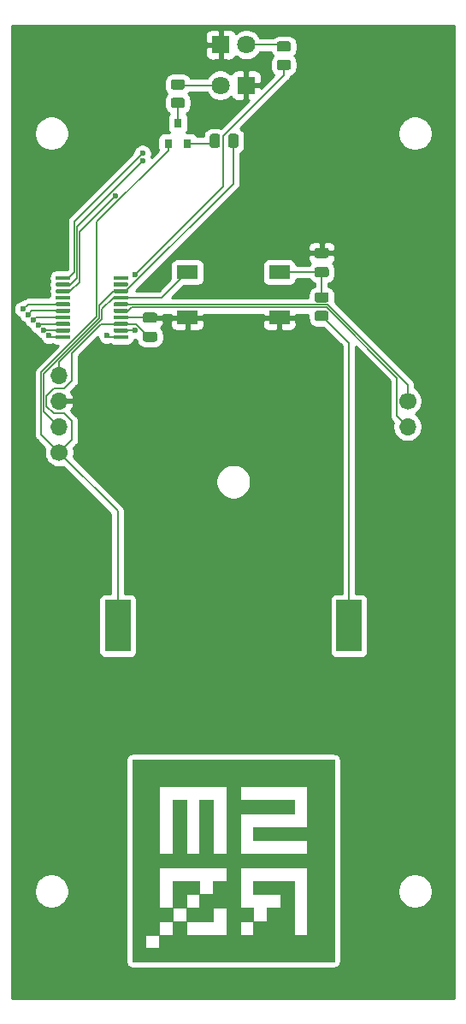
<source format=gbr>
G04 #@! TF.GenerationSoftware,KiCad,Pcbnew,(5.1.9)-1*
G04 #@! TF.CreationDate,2021-05-10T16:50:12-05:00*
G04 #@! TF.ProjectId,mini-remote,6d696e69-2d72-4656-9d6f-74652e6b6963,1*
G04 #@! TF.SameCoordinates,Original*
G04 #@! TF.FileFunction,Copper,L2,Bot*
G04 #@! TF.FilePolarity,Positive*
%FSLAX46Y46*%
G04 Gerber Fmt 4.6, Leading zero omitted, Abs format (unit mm)*
G04 Created by KiCad (PCBNEW (5.1.9)-1) date 2021-05-10 16:50:12*
%MOMM*%
%LPD*%
G01*
G04 APERTURE LIST*
G04 #@! TA.AperFunction,EtchedComponent*
%ADD10C,0.010000*%
G04 #@! TD*
G04 #@! TA.AperFunction,SMDPad,CuDef*
%ADD11R,2.100000X1.400000*%
G04 #@! TD*
G04 #@! TA.AperFunction,ComponentPad*
%ADD12O,1.700000X1.700000*%
G04 #@! TD*
G04 #@! TA.AperFunction,ComponentPad*
%ADD13C,1.700000*%
G04 #@! TD*
G04 #@! TA.AperFunction,SMDPad,CuDef*
%ADD14C,17.800000*%
G04 #@! TD*
G04 #@! TA.AperFunction,SMDPad,CuDef*
%ADD15R,2.500000X5.100000*%
G04 #@! TD*
G04 #@! TA.AperFunction,ComponentPad*
%ADD16R,1.800000X1.800000*%
G04 #@! TD*
G04 #@! TA.AperFunction,ComponentPad*
%ADD17C,1.800000*%
G04 #@! TD*
G04 #@! TA.AperFunction,SMDPad,CuDef*
%ADD18R,0.800000X0.900000*%
G04 #@! TD*
G04 #@! TA.AperFunction,ViaPad*
%ADD19C,0.600000*%
G04 #@! TD*
G04 #@! TA.AperFunction,Conductor*
%ADD20C,0.127000*%
G04 #@! TD*
G04 #@! TA.AperFunction,Conductor*
%ADD21C,0.254000*%
G04 #@! TD*
G04 #@! TA.AperFunction,Conductor*
%ADD22C,0.152400*%
G04 #@! TD*
G04 APERTURE END LIST*
D10*
G36*
X137500000Y-143250000D02*
G01*
X157500000Y-143250000D01*
X157500000Y-133916667D01*
X154833333Y-133916667D01*
X154833333Y-140583333D01*
X153500000Y-140583333D01*
X153500000Y-135250000D01*
X149500000Y-135250000D01*
X149500000Y-136583333D01*
X152166667Y-136583333D01*
X152166667Y-137916667D01*
X150833333Y-137916667D01*
X150833333Y-139250000D01*
X149500000Y-139250000D01*
X149500000Y-140583333D01*
X148166667Y-140583333D01*
X148166667Y-139250000D01*
X149500000Y-139250000D01*
X149500000Y-137916667D01*
X148166667Y-137916667D01*
X146833333Y-137916667D01*
X146833333Y-140583333D01*
X142833333Y-140583333D01*
X142833333Y-139250000D01*
X145500000Y-139250000D01*
X145500000Y-137916667D01*
X146833333Y-137916667D01*
X148166667Y-137916667D01*
X148166667Y-133916667D01*
X146833333Y-133916667D01*
X146833333Y-135250000D01*
X145500000Y-135250000D01*
X145500000Y-136583333D01*
X144166667Y-136583333D01*
X144166667Y-137916667D01*
X142833333Y-137916667D01*
X142833333Y-139250000D01*
X141500000Y-139250000D01*
X141500000Y-140583333D01*
X140166667Y-140583333D01*
X140166667Y-141916667D01*
X138833333Y-141916667D01*
X138833333Y-140583333D01*
X140166667Y-140583333D01*
X140166667Y-139250000D01*
X141500000Y-139250000D01*
X141500000Y-137916667D01*
X140166667Y-137916667D01*
X140166667Y-133916667D01*
X146833333Y-133916667D01*
X148166667Y-133916667D01*
X154833333Y-133916667D01*
X157500000Y-133916667D01*
X157500000Y-125916667D01*
X154833333Y-125916667D01*
X154833333Y-129916667D01*
X149500000Y-129916667D01*
X149500000Y-131250000D01*
X154833333Y-131250000D01*
X154833333Y-132583333D01*
X148166667Y-132583333D01*
X148166667Y-128583333D01*
X153500000Y-128583333D01*
X153500000Y-127250000D01*
X148166667Y-127250000D01*
X148166667Y-125916667D01*
X146833333Y-125916667D01*
X146833333Y-132583333D01*
X145500000Y-132583333D01*
X145500000Y-127250000D01*
X144166667Y-127250000D01*
X144166667Y-132583333D01*
X142833333Y-132583333D01*
X142833333Y-127250000D01*
X141500000Y-127250000D01*
X141500000Y-132583333D01*
X140166667Y-132583333D01*
X140166667Y-125916667D01*
X146833333Y-125916667D01*
X148166667Y-125916667D01*
X154833333Y-125916667D01*
X157500000Y-125916667D01*
X157500000Y-123250000D01*
X137500000Y-123250000D01*
X137500000Y-143250000D01*
G37*
X137500000Y-143250000D02*
X157500000Y-143250000D01*
X157500000Y-133916667D01*
X154833333Y-133916667D01*
X154833333Y-140583333D01*
X153500000Y-140583333D01*
X153500000Y-135250000D01*
X149500000Y-135250000D01*
X149500000Y-136583333D01*
X152166667Y-136583333D01*
X152166667Y-137916667D01*
X150833333Y-137916667D01*
X150833333Y-139250000D01*
X149500000Y-139250000D01*
X149500000Y-140583333D01*
X148166667Y-140583333D01*
X148166667Y-139250000D01*
X149500000Y-139250000D01*
X149500000Y-137916667D01*
X148166667Y-137916667D01*
X146833333Y-137916667D01*
X146833333Y-140583333D01*
X142833333Y-140583333D01*
X142833333Y-139250000D01*
X145500000Y-139250000D01*
X145500000Y-137916667D01*
X146833333Y-137916667D01*
X148166667Y-137916667D01*
X148166667Y-133916667D01*
X146833333Y-133916667D01*
X146833333Y-135250000D01*
X145500000Y-135250000D01*
X145500000Y-136583333D01*
X144166667Y-136583333D01*
X144166667Y-137916667D01*
X142833333Y-137916667D01*
X142833333Y-139250000D01*
X141500000Y-139250000D01*
X141500000Y-140583333D01*
X140166667Y-140583333D01*
X140166667Y-141916667D01*
X138833333Y-141916667D01*
X138833333Y-140583333D01*
X140166667Y-140583333D01*
X140166667Y-139250000D01*
X141500000Y-139250000D01*
X141500000Y-137916667D01*
X140166667Y-137916667D01*
X140166667Y-133916667D01*
X146833333Y-133916667D01*
X148166667Y-133916667D01*
X154833333Y-133916667D01*
X157500000Y-133916667D01*
X157500000Y-125916667D01*
X154833333Y-125916667D01*
X154833333Y-129916667D01*
X149500000Y-129916667D01*
X149500000Y-131250000D01*
X154833333Y-131250000D01*
X154833333Y-132583333D01*
X148166667Y-132583333D01*
X148166667Y-128583333D01*
X153500000Y-128583333D01*
X153500000Y-127250000D01*
X148166667Y-127250000D01*
X148166667Y-125916667D01*
X146833333Y-125916667D01*
X146833333Y-132583333D01*
X145500000Y-132583333D01*
X145500000Y-127250000D01*
X144166667Y-127250000D01*
X144166667Y-132583333D01*
X142833333Y-132583333D01*
X142833333Y-127250000D01*
X141500000Y-127250000D01*
X141500000Y-132583333D01*
X140166667Y-132583333D01*
X140166667Y-125916667D01*
X146833333Y-125916667D01*
X148166667Y-125916667D01*
X154833333Y-125916667D01*
X157500000Y-125916667D01*
X157500000Y-123250000D01*
X137500000Y-123250000D01*
X137500000Y-143250000D01*
G36*
X141500000Y-137916667D02*
G01*
X142833333Y-137916667D01*
X142833333Y-136583333D01*
X144166667Y-136583333D01*
X144166667Y-135250000D01*
X141500000Y-135250000D01*
X141500000Y-137916667D01*
G37*
X141500000Y-137916667D02*
X142833333Y-137916667D01*
X142833333Y-136583333D01*
X144166667Y-136583333D01*
X144166667Y-135250000D01*
X141500000Y-135250000D01*
X141500000Y-137916667D01*
D11*
X152050000Y-75000000D03*
X142950000Y-75000000D03*
X152050000Y-79500000D03*
X142950000Y-79500000D03*
G04 #@! TA.AperFunction,SMDPad,CuDef*
G36*
G01*
X146187500Y-61549999D02*
X146187500Y-62450001D01*
G75*
G02*
X145937501Y-62700000I-249999J0D01*
G01*
X145412499Y-62700000D01*
G75*
G02*
X145162500Y-62450001I0J249999D01*
G01*
X145162500Y-61549999D01*
G75*
G02*
X145412499Y-61300000I249999J0D01*
G01*
X145937501Y-61300000D01*
G75*
G02*
X146187500Y-61549999I0J-249999D01*
G01*
G37*
G04 #@! TD.AperFunction*
G04 #@! TA.AperFunction,SMDPad,CuDef*
G36*
G01*
X148012500Y-61549999D02*
X148012500Y-62450001D01*
G75*
G02*
X147762501Y-62700000I-249999J0D01*
G01*
X147237499Y-62700000D01*
G75*
G02*
X146987500Y-62450001I0J249999D01*
G01*
X146987500Y-61549999D01*
G75*
G02*
X147237499Y-61300000I249999J0D01*
G01*
X147762501Y-61300000D01*
G75*
G02*
X148012500Y-61549999I0J-249999D01*
G01*
G37*
G04 #@! TD.AperFunction*
D12*
X164750000Y-90290000D03*
D13*
X164750000Y-87750000D03*
X130250000Y-92830000D03*
D12*
X130250000Y-90290000D03*
X130250000Y-87750000D03*
X130250000Y-85210000D03*
D14*
X147500000Y-110000000D03*
D15*
X158950000Y-110000000D03*
X136050000Y-110000000D03*
D16*
X148750000Y-56500000D03*
D17*
X146210000Y-56500000D03*
G04 #@! TA.AperFunction,SMDPad,CuDef*
G36*
G01*
X152049999Y-53987500D02*
X152950001Y-53987500D01*
G75*
G02*
X153200000Y-54237499I0J-249999D01*
G01*
X153200000Y-54762501D01*
G75*
G02*
X152950001Y-55012500I-249999J0D01*
G01*
X152049999Y-55012500D01*
G75*
G02*
X151800000Y-54762501I0J249999D01*
G01*
X151800000Y-54237499D01*
G75*
G02*
X152049999Y-53987500I249999J0D01*
G01*
G37*
G04 #@! TD.AperFunction*
G04 #@! TA.AperFunction,SMDPad,CuDef*
G36*
G01*
X152049999Y-52162500D02*
X152950001Y-52162500D01*
G75*
G02*
X153200000Y-52412499I0J-249999D01*
G01*
X153200000Y-52937501D01*
G75*
G02*
X152950001Y-53187500I-249999J0D01*
G01*
X152049999Y-53187500D01*
G75*
G02*
X151800000Y-52937501I0J249999D01*
G01*
X151800000Y-52412499D01*
G75*
G02*
X152049999Y-52162500I249999J0D01*
G01*
G37*
G04 #@! TD.AperFunction*
G04 #@! TA.AperFunction,SMDPad,CuDef*
G36*
G01*
X156700001Y-79837500D02*
X155799999Y-79837500D01*
G75*
G02*
X155550000Y-79587501I0J249999D01*
G01*
X155550000Y-79062499D01*
G75*
G02*
X155799999Y-78812500I249999J0D01*
G01*
X156700001Y-78812500D01*
G75*
G02*
X156950000Y-79062499I0J-249999D01*
G01*
X156950000Y-79587501D01*
G75*
G02*
X156700001Y-79837500I-249999J0D01*
G01*
G37*
G04 #@! TD.AperFunction*
G04 #@! TA.AperFunction,SMDPad,CuDef*
G36*
G01*
X156700001Y-78012500D02*
X155799999Y-78012500D01*
G75*
G02*
X155550000Y-77762501I0J249999D01*
G01*
X155550000Y-77237499D01*
G75*
G02*
X155799999Y-76987500I249999J0D01*
G01*
X156700001Y-76987500D01*
G75*
G02*
X156950000Y-77237499I0J-249999D01*
G01*
X156950000Y-77762501D01*
G75*
G02*
X156700001Y-78012500I-249999J0D01*
G01*
G37*
G04 #@! TD.AperFunction*
X148790000Y-52500000D03*
D16*
X146250000Y-52500000D03*
G04 #@! TA.AperFunction,SMDPad,CuDef*
G36*
G01*
X131375000Y-75475000D02*
X131375000Y-75675000D01*
G75*
G02*
X131275000Y-75775000I-100000J0D01*
G01*
X130000000Y-75775000D01*
G75*
G02*
X129900000Y-75675000I0J100000D01*
G01*
X129900000Y-75475000D01*
G75*
G02*
X130000000Y-75375000I100000J0D01*
G01*
X131275000Y-75375000D01*
G75*
G02*
X131375000Y-75475000I0J-100000D01*
G01*
G37*
G04 #@! TD.AperFunction*
G04 #@! TA.AperFunction,SMDPad,CuDef*
G36*
G01*
X131375000Y-76125000D02*
X131375000Y-76325000D01*
G75*
G02*
X131275000Y-76425000I-100000J0D01*
G01*
X130000000Y-76425000D01*
G75*
G02*
X129900000Y-76325000I0J100000D01*
G01*
X129900000Y-76125000D01*
G75*
G02*
X130000000Y-76025000I100000J0D01*
G01*
X131275000Y-76025000D01*
G75*
G02*
X131375000Y-76125000I0J-100000D01*
G01*
G37*
G04 #@! TD.AperFunction*
G04 #@! TA.AperFunction,SMDPad,CuDef*
G36*
G01*
X131375000Y-76775000D02*
X131375000Y-76975000D01*
G75*
G02*
X131275000Y-77075000I-100000J0D01*
G01*
X130000000Y-77075000D01*
G75*
G02*
X129900000Y-76975000I0J100000D01*
G01*
X129900000Y-76775000D01*
G75*
G02*
X130000000Y-76675000I100000J0D01*
G01*
X131275000Y-76675000D01*
G75*
G02*
X131375000Y-76775000I0J-100000D01*
G01*
G37*
G04 #@! TD.AperFunction*
G04 #@! TA.AperFunction,SMDPad,CuDef*
G36*
G01*
X131375000Y-77425000D02*
X131375000Y-77625000D01*
G75*
G02*
X131275000Y-77725000I-100000J0D01*
G01*
X130000000Y-77725000D01*
G75*
G02*
X129900000Y-77625000I0J100000D01*
G01*
X129900000Y-77425000D01*
G75*
G02*
X130000000Y-77325000I100000J0D01*
G01*
X131275000Y-77325000D01*
G75*
G02*
X131375000Y-77425000I0J-100000D01*
G01*
G37*
G04 #@! TD.AperFunction*
G04 #@! TA.AperFunction,SMDPad,CuDef*
G36*
G01*
X131375000Y-78075000D02*
X131375000Y-78275000D01*
G75*
G02*
X131275000Y-78375000I-100000J0D01*
G01*
X130000000Y-78375000D01*
G75*
G02*
X129900000Y-78275000I0J100000D01*
G01*
X129900000Y-78075000D01*
G75*
G02*
X130000000Y-77975000I100000J0D01*
G01*
X131275000Y-77975000D01*
G75*
G02*
X131375000Y-78075000I0J-100000D01*
G01*
G37*
G04 #@! TD.AperFunction*
G04 #@! TA.AperFunction,SMDPad,CuDef*
G36*
G01*
X131375000Y-78725000D02*
X131375000Y-78925000D01*
G75*
G02*
X131275000Y-79025000I-100000J0D01*
G01*
X130000000Y-79025000D01*
G75*
G02*
X129900000Y-78925000I0J100000D01*
G01*
X129900000Y-78725000D01*
G75*
G02*
X130000000Y-78625000I100000J0D01*
G01*
X131275000Y-78625000D01*
G75*
G02*
X131375000Y-78725000I0J-100000D01*
G01*
G37*
G04 #@! TD.AperFunction*
G04 #@! TA.AperFunction,SMDPad,CuDef*
G36*
G01*
X131375000Y-79375000D02*
X131375000Y-79575000D01*
G75*
G02*
X131275000Y-79675000I-100000J0D01*
G01*
X130000000Y-79675000D01*
G75*
G02*
X129900000Y-79575000I0J100000D01*
G01*
X129900000Y-79375000D01*
G75*
G02*
X130000000Y-79275000I100000J0D01*
G01*
X131275000Y-79275000D01*
G75*
G02*
X131375000Y-79375000I0J-100000D01*
G01*
G37*
G04 #@! TD.AperFunction*
G04 #@! TA.AperFunction,SMDPad,CuDef*
G36*
G01*
X131375000Y-80025000D02*
X131375000Y-80225000D01*
G75*
G02*
X131275000Y-80325000I-100000J0D01*
G01*
X130000000Y-80325000D01*
G75*
G02*
X129900000Y-80225000I0J100000D01*
G01*
X129900000Y-80025000D01*
G75*
G02*
X130000000Y-79925000I100000J0D01*
G01*
X131275000Y-79925000D01*
G75*
G02*
X131375000Y-80025000I0J-100000D01*
G01*
G37*
G04 #@! TD.AperFunction*
G04 #@! TA.AperFunction,SMDPad,CuDef*
G36*
G01*
X131375000Y-80675000D02*
X131375000Y-80875000D01*
G75*
G02*
X131275000Y-80975000I-100000J0D01*
G01*
X130000000Y-80975000D01*
G75*
G02*
X129900000Y-80875000I0J100000D01*
G01*
X129900000Y-80675000D01*
G75*
G02*
X130000000Y-80575000I100000J0D01*
G01*
X131275000Y-80575000D01*
G75*
G02*
X131375000Y-80675000I0J-100000D01*
G01*
G37*
G04 #@! TD.AperFunction*
G04 #@! TA.AperFunction,SMDPad,CuDef*
G36*
G01*
X131375000Y-81325000D02*
X131375000Y-81525000D01*
G75*
G02*
X131275000Y-81625000I-100000J0D01*
G01*
X130000000Y-81625000D01*
G75*
G02*
X129900000Y-81525000I0J100000D01*
G01*
X129900000Y-81325000D01*
G75*
G02*
X130000000Y-81225000I100000J0D01*
G01*
X131275000Y-81225000D01*
G75*
G02*
X131375000Y-81325000I0J-100000D01*
G01*
G37*
G04 #@! TD.AperFunction*
G04 #@! TA.AperFunction,SMDPad,CuDef*
G36*
G01*
X137100000Y-81325000D02*
X137100000Y-81525000D01*
G75*
G02*
X137000000Y-81625000I-100000J0D01*
G01*
X135725000Y-81625000D01*
G75*
G02*
X135625000Y-81525000I0J100000D01*
G01*
X135625000Y-81325000D01*
G75*
G02*
X135725000Y-81225000I100000J0D01*
G01*
X137000000Y-81225000D01*
G75*
G02*
X137100000Y-81325000I0J-100000D01*
G01*
G37*
G04 #@! TD.AperFunction*
G04 #@! TA.AperFunction,SMDPad,CuDef*
G36*
G01*
X137100000Y-80675000D02*
X137100000Y-80875000D01*
G75*
G02*
X137000000Y-80975000I-100000J0D01*
G01*
X135725000Y-80975000D01*
G75*
G02*
X135625000Y-80875000I0J100000D01*
G01*
X135625000Y-80675000D01*
G75*
G02*
X135725000Y-80575000I100000J0D01*
G01*
X137000000Y-80575000D01*
G75*
G02*
X137100000Y-80675000I0J-100000D01*
G01*
G37*
G04 #@! TD.AperFunction*
G04 #@! TA.AperFunction,SMDPad,CuDef*
G36*
G01*
X137100000Y-80025000D02*
X137100000Y-80225000D01*
G75*
G02*
X137000000Y-80325000I-100000J0D01*
G01*
X135725000Y-80325000D01*
G75*
G02*
X135625000Y-80225000I0J100000D01*
G01*
X135625000Y-80025000D01*
G75*
G02*
X135725000Y-79925000I100000J0D01*
G01*
X137000000Y-79925000D01*
G75*
G02*
X137100000Y-80025000I0J-100000D01*
G01*
G37*
G04 #@! TD.AperFunction*
G04 #@! TA.AperFunction,SMDPad,CuDef*
G36*
G01*
X137100000Y-79375000D02*
X137100000Y-79575000D01*
G75*
G02*
X137000000Y-79675000I-100000J0D01*
G01*
X135725000Y-79675000D01*
G75*
G02*
X135625000Y-79575000I0J100000D01*
G01*
X135625000Y-79375000D01*
G75*
G02*
X135725000Y-79275000I100000J0D01*
G01*
X137000000Y-79275000D01*
G75*
G02*
X137100000Y-79375000I0J-100000D01*
G01*
G37*
G04 #@! TD.AperFunction*
G04 #@! TA.AperFunction,SMDPad,CuDef*
G36*
G01*
X137100000Y-78725000D02*
X137100000Y-78925000D01*
G75*
G02*
X137000000Y-79025000I-100000J0D01*
G01*
X135725000Y-79025000D01*
G75*
G02*
X135625000Y-78925000I0J100000D01*
G01*
X135625000Y-78725000D01*
G75*
G02*
X135725000Y-78625000I100000J0D01*
G01*
X137000000Y-78625000D01*
G75*
G02*
X137100000Y-78725000I0J-100000D01*
G01*
G37*
G04 #@! TD.AperFunction*
G04 #@! TA.AperFunction,SMDPad,CuDef*
G36*
G01*
X137100000Y-78075000D02*
X137100000Y-78275000D01*
G75*
G02*
X137000000Y-78375000I-100000J0D01*
G01*
X135725000Y-78375000D01*
G75*
G02*
X135625000Y-78275000I0J100000D01*
G01*
X135625000Y-78075000D01*
G75*
G02*
X135725000Y-77975000I100000J0D01*
G01*
X137000000Y-77975000D01*
G75*
G02*
X137100000Y-78075000I0J-100000D01*
G01*
G37*
G04 #@! TD.AperFunction*
G04 #@! TA.AperFunction,SMDPad,CuDef*
G36*
G01*
X137100000Y-77425000D02*
X137100000Y-77625000D01*
G75*
G02*
X137000000Y-77725000I-100000J0D01*
G01*
X135725000Y-77725000D01*
G75*
G02*
X135625000Y-77625000I0J100000D01*
G01*
X135625000Y-77425000D01*
G75*
G02*
X135725000Y-77325000I100000J0D01*
G01*
X137000000Y-77325000D01*
G75*
G02*
X137100000Y-77425000I0J-100000D01*
G01*
G37*
G04 #@! TD.AperFunction*
G04 #@! TA.AperFunction,SMDPad,CuDef*
G36*
G01*
X137100000Y-76775000D02*
X137100000Y-76975000D01*
G75*
G02*
X137000000Y-77075000I-100000J0D01*
G01*
X135725000Y-77075000D01*
G75*
G02*
X135625000Y-76975000I0J100000D01*
G01*
X135625000Y-76775000D01*
G75*
G02*
X135725000Y-76675000I100000J0D01*
G01*
X137000000Y-76675000D01*
G75*
G02*
X137100000Y-76775000I0J-100000D01*
G01*
G37*
G04 #@! TD.AperFunction*
G04 #@! TA.AperFunction,SMDPad,CuDef*
G36*
G01*
X137100000Y-76125000D02*
X137100000Y-76325000D01*
G75*
G02*
X137000000Y-76425000I-100000J0D01*
G01*
X135725000Y-76425000D01*
G75*
G02*
X135625000Y-76325000I0J100000D01*
G01*
X135625000Y-76125000D01*
G75*
G02*
X135725000Y-76025000I100000J0D01*
G01*
X137000000Y-76025000D01*
G75*
G02*
X137100000Y-76125000I0J-100000D01*
G01*
G37*
G04 #@! TD.AperFunction*
G04 #@! TA.AperFunction,SMDPad,CuDef*
G36*
G01*
X137100000Y-75475000D02*
X137100000Y-75675000D01*
G75*
G02*
X137000000Y-75775000I-100000J0D01*
G01*
X135725000Y-75775000D01*
G75*
G02*
X135625000Y-75675000I0J100000D01*
G01*
X135625000Y-75475000D01*
G75*
G02*
X135725000Y-75375000I100000J0D01*
G01*
X137000000Y-75375000D01*
G75*
G02*
X137100000Y-75475000I0J-100000D01*
G01*
G37*
G04 #@! TD.AperFunction*
G04 #@! TA.AperFunction,SMDPad,CuDef*
G36*
G01*
X142450001Y-56937500D02*
X141549999Y-56937500D01*
G75*
G02*
X141300000Y-56687501I0J249999D01*
G01*
X141300000Y-56162499D01*
G75*
G02*
X141549999Y-55912500I249999J0D01*
G01*
X142450001Y-55912500D01*
G75*
G02*
X142700000Y-56162499I0J-249999D01*
G01*
X142700000Y-56687501D01*
G75*
G02*
X142450001Y-56937500I-249999J0D01*
G01*
G37*
G04 #@! TD.AperFunction*
G04 #@! TA.AperFunction,SMDPad,CuDef*
G36*
G01*
X142450001Y-58762500D02*
X141549999Y-58762500D01*
G75*
G02*
X141300000Y-58512501I0J249999D01*
G01*
X141300000Y-57987499D01*
G75*
G02*
X141549999Y-57737500I249999J0D01*
G01*
X142450001Y-57737500D01*
G75*
G02*
X142700000Y-57987499I0J-249999D01*
G01*
X142700000Y-58512501D01*
G75*
G02*
X142450001Y-58762500I-249999J0D01*
G01*
G37*
G04 #@! TD.AperFunction*
D18*
X142000000Y-60250000D03*
X141050000Y-62250000D03*
X142950000Y-62250000D03*
G04 #@! TA.AperFunction,SMDPad,CuDef*
G36*
G01*
X156725000Y-75500000D02*
X155775000Y-75500000D01*
G75*
G02*
X155525000Y-75250000I0J250000D01*
G01*
X155525000Y-74750000D01*
G75*
G02*
X155775000Y-74500000I250000J0D01*
G01*
X156725000Y-74500000D01*
G75*
G02*
X156975000Y-74750000I0J-250000D01*
G01*
X156975000Y-75250000D01*
G75*
G02*
X156725000Y-75500000I-250000J0D01*
G01*
G37*
G04 #@! TD.AperFunction*
G04 #@! TA.AperFunction,SMDPad,CuDef*
G36*
G01*
X156725000Y-73600000D02*
X155775000Y-73600000D01*
G75*
G02*
X155525000Y-73350000I0J250000D01*
G01*
X155525000Y-72850000D01*
G75*
G02*
X155775000Y-72600000I250000J0D01*
G01*
X156725000Y-72600000D01*
G75*
G02*
X156975000Y-72850000I0J-250000D01*
G01*
X156975000Y-73350000D01*
G75*
G02*
X156725000Y-73600000I-250000J0D01*
G01*
G37*
G04 #@! TD.AperFunction*
G04 #@! TA.AperFunction,SMDPad,CuDef*
G36*
G01*
X139725000Y-80000000D02*
X138775000Y-80000000D01*
G75*
G02*
X138525000Y-79750000I0J250000D01*
G01*
X138525000Y-79250000D01*
G75*
G02*
X138775000Y-79000000I250000J0D01*
G01*
X139725000Y-79000000D01*
G75*
G02*
X139975000Y-79250000I0J-250000D01*
G01*
X139975000Y-79750000D01*
G75*
G02*
X139725000Y-80000000I-250000J0D01*
G01*
G37*
G04 #@! TD.AperFunction*
G04 #@! TA.AperFunction,SMDPad,CuDef*
G36*
G01*
X139725000Y-81900000D02*
X138775000Y-81900000D01*
G75*
G02*
X138525000Y-81650000I0J250000D01*
G01*
X138525000Y-81150000D01*
G75*
G02*
X138775000Y-80900000I250000J0D01*
G01*
X139725000Y-80900000D01*
G75*
G02*
X139975000Y-81150000I0J-250000D01*
G01*
X139975000Y-81650000D01*
G75*
G02*
X139725000Y-81900000I-250000J0D01*
G01*
G37*
G04 #@! TD.AperFunction*
D19*
X134999996Y-81250000D03*
X135809499Y-67440501D03*
X138500000Y-64000000D03*
X138500000Y-63250000D03*
X129250000Y-81250000D03*
X128735925Y-80735925D03*
X128205913Y-80238297D03*
X127702058Y-79714201D03*
X127194823Y-79193377D03*
X126690784Y-78669459D03*
X137771087Y-75271087D03*
X137750000Y-80750000D03*
D20*
X139225000Y-79475000D02*
X139250000Y-79500000D01*
X136362500Y-79475000D02*
X139225000Y-79475000D01*
X130250000Y-92830000D02*
X131500000Y-91580000D01*
X130749971Y-86500000D02*
X131500000Y-85749971D01*
X131500000Y-91580000D02*
X131500000Y-89750000D01*
X131500000Y-85749971D02*
X131500000Y-82999998D01*
X131500000Y-89750000D02*
X130750000Y-89000000D01*
X134374998Y-80125000D02*
X136362500Y-80125000D01*
X129750000Y-89000000D02*
X129004011Y-88254011D01*
X129004011Y-88254011D02*
X129004011Y-87245989D01*
X129004011Y-87245989D02*
X129750000Y-86500000D01*
X129750000Y-86500000D02*
X130749971Y-86500000D01*
X130750000Y-89000000D02*
X129750000Y-89000000D01*
X131500000Y-82999998D02*
X134374998Y-80125000D01*
X133991978Y-70008022D02*
X141050000Y-62950000D01*
X141050000Y-62950000D02*
X141050000Y-62250000D01*
X133991978Y-79430347D02*
X133991978Y-70008022D01*
X128495990Y-84926335D02*
X133991978Y-79430347D01*
X128495990Y-91075990D02*
X128495990Y-84926335D01*
X130250000Y-92830000D02*
X128495990Y-91075990D01*
X139125942Y-81400000D02*
X139250000Y-81400000D01*
X137850942Y-80125000D02*
X139125942Y-81400000D01*
X136362500Y-80125000D02*
X137850942Y-80125000D01*
X158950000Y-82025000D02*
X156250000Y-79325000D01*
X158950000Y-110000000D02*
X158950000Y-82025000D01*
X136050000Y-98630000D02*
X130250000Y-92830000D01*
X136050000Y-110000000D02*
X136050000Y-98630000D01*
X156250000Y-77500000D02*
X156250000Y-75000000D01*
X156250000Y-75000000D02*
X152050000Y-75000000D01*
X142950000Y-75000000D02*
X140425000Y-77525000D01*
X140425000Y-77525000D02*
X136362500Y-77525000D01*
X134500000Y-78650000D02*
X135625000Y-77525000D01*
X134500000Y-79640775D02*
X134500000Y-78650000D01*
X135625000Y-77525000D02*
X136362500Y-77525000D01*
X130250000Y-83890774D02*
X134500000Y-79640775D01*
X130250000Y-85210000D02*
X130250000Y-83890774D01*
X142075000Y-56500000D02*
X142000000Y-56425000D01*
X146210000Y-56500000D02*
X142075000Y-56500000D01*
X152325000Y-52500000D02*
X152500000Y-52675000D01*
X148790000Y-52500000D02*
X152325000Y-52500000D01*
X136860846Y-76875000D02*
X136362500Y-76875000D01*
X147500000Y-66235846D02*
X136860846Y-76875000D01*
X147500000Y-62000000D02*
X147500000Y-66235846D01*
X128750001Y-85031549D02*
X134245989Y-79535561D01*
X134245989Y-79535561D02*
X134245989Y-78254011D01*
X134245989Y-78254011D02*
X135625000Y-76875000D01*
X135625000Y-76875000D02*
X136362500Y-76875000D01*
X128750001Y-88790001D02*
X128750001Y-85031549D01*
X130250000Y-90290000D02*
X128750001Y-88790001D01*
X142000000Y-58250000D02*
X142000000Y-60250000D01*
X145425000Y-62250000D02*
X145675000Y-62000000D01*
X142950000Y-62250000D02*
X145425000Y-62250000D01*
X136362500Y-81425000D02*
X135174996Y-81425000D01*
X135174996Y-81425000D02*
X134999996Y-81250000D01*
X135809499Y-67440501D02*
X132258022Y-70991978D01*
X132258022Y-70991978D02*
X132258022Y-75991978D01*
X132258022Y-75991978D02*
X131375000Y-76875000D01*
X131375000Y-76875000D02*
X130637500Y-76875000D01*
X130637500Y-76225000D02*
X131375000Y-76225000D01*
X131375000Y-76225000D02*
X132004011Y-75595989D01*
X132004011Y-75595989D02*
X132004011Y-70495989D01*
X132004011Y-70495989D02*
X138500000Y-64000000D01*
X131750000Y-70000000D02*
X138500000Y-63250000D01*
X130637500Y-75575000D02*
X131175000Y-75575000D01*
X131750000Y-75000000D02*
X131750000Y-70000000D01*
X131175000Y-75575000D02*
X131750000Y-75000000D01*
X130637500Y-81425000D02*
X129425000Y-81425000D01*
X129425000Y-81425000D02*
X129250000Y-81250000D01*
X130598425Y-80735925D02*
X128735925Y-80735925D01*
X130637500Y-80775000D02*
X130598425Y-80735925D01*
X128319210Y-80125000D02*
X128205913Y-80238297D01*
X130637500Y-80125000D02*
X128319210Y-80125000D01*
X130637500Y-79475000D02*
X127941259Y-79475000D01*
X127941259Y-79475000D02*
X127702058Y-79714201D01*
X130637500Y-78825000D02*
X127563200Y-78825000D01*
X127563200Y-78825000D02*
X127194823Y-79193377D01*
X127185243Y-78175000D02*
X126690784Y-78669459D01*
X130637500Y-78175000D02*
X127185243Y-78175000D01*
X136387500Y-80750000D02*
X136362500Y-80775000D01*
X137750000Y-80750000D02*
X136387500Y-80750000D01*
X146500000Y-66542174D02*
X137771087Y-75271087D01*
X146500000Y-61500000D02*
X146500000Y-66542174D01*
X152500000Y-55500000D02*
X146500000Y-61500000D01*
X152500000Y-54500000D02*
X152500000Y-55500000D01*
X156760478Y-78500000D02*
X137425000Y-78500000D01*
X163709499Y-85449021D02*
X156760478Y-78500000D01*
X137425000Y-78500000D02*
X137100000Y-78825000D01*
X163709499Y-89249499D02*
X163709499Y-85449021D01*
X164750000Y-90290000D02*
X163709499Y-89249499D01*
X137100000Y-78825000D02*
X136362500Y-78825000D01*
X164750000Y-86130298D02*
X164750000Y-87750000D01*
X156865692Y-78245989D02*
X164750000Y-86130298D01*
X136433489Y-78245989D02*
X156865692Y-78245989D01*
X136362500Y-78175000D02*
X136433489Y-78245989D01*
D21*
X169373000Y-146873000D02*
X125627000Y-146873000D01*
X125627000Y-136079117D01*
X127765000Y-136079117D01*
X127765000Y-136420883D01*
X127831675Y-136756081D01*
X127962463Y-137071831D01*
X128152337Y-137355998D01*
X128394002Y-137597663D01*
X128678169Y-137787537D01*
X128993919Y-137918325D01*
X129329117Y-137985000D01*
X129670883Y-137985000D01*
X130006081Y-137918325D01*
X130321831Y-137787537D01*
X130605998Y-137597663D01*
X130847663Y-137355998D01*
X131037537Y-137071831D01*
X131168325Y-136756081D01*
X131235000Y-136420883D01*
X131235000Y-136079117D01*
X131168325Y-135743919D01*
X131037537Y-135428169D01*
X130847663Y-135144002D01*
X130605998Y-134902337D01*
X130321831Y-134712463D01*
X130006081Y-134581675D01*
X129670883Y-134515000D01*
X129329117Y-134515000D01*
X128993919Y-134581675D01*
X128678169Y-134712463D01*
X128394002Y-134902337D01*
X128152337Y-135144002D01*
X127962463Y-135428169D01*
X127831675Y-135743919D01*
X127765000Y-136079117D01*
X125627000Y-136079117D01*
X125627000Y-123250000D01*
X136860000Y-123250000D01*
X136860000Y-143250000D01*
X136865877Y-143309938D01*
X136871336Y-143369924D01*
X136871970Y-143372079D01*
X136872189Y-143374310D01*
X136889574Y-143431891D01*
X136906602Y-143489748D01*
X136907643Y-143491740D01*
X136908291Y-143493885D01*
X136936576Y-143547082D01*
X136964471Y-143600440D01*
X136965874Y-143602185D01*
X136966930Y-143604171D01*
X137005005Y-143650854D01*
X137042737Y-143697785D01*
X137044459Y-143699230D01*
X137045875Y-143700966D01*
X137092204Y-143739293D01*
X137138421Y-143778073D01*
X137140391Y-143779156D01*
X137142117Y-143780584D01*
X137195009Y-143809183D01*
X137247877Y-143838247D01*
X137250020Y-143838927D01*
X137251990Y-143839992D01*
X137309505Y-143857796D01*
X137366937Y-143876014D01*
X137369165Y-143876264D01*
X137371310Y-143876928D01*
X137431177Y-143883220D01*
X137491064Y-143889938D01*
X137495379Y-143889968D01*
X137495532Y-143889984D01*
X137495685Y-143889970D01*
X137500000Y-143890000D01*
X157500000Y-143890000D01*
X157559938Y-143884123D01*
X157619924Y-143878664D01*
X157622079Y-143878030D01*
X157624310Y-143877811D01*
X157681891Y-143860426D01*
X157739748Y-143843398D01*
X157741740Y-143842357D01*
X157743885Y-143841709D01*
X157797082Y-143813424D01*
X157850440Y-143785529D01*
X157852185Y-143784126D01*
X157854171Y-143783070D01*
X157900854Y-143744995D01*
X157947785Y-143707263D01*
X157949230Y-143705541D01*
X157950966Y-143704125D01*
X157989293Y-143657796D01*
X158028073Y-143611579D01*
X158029156Y-143609609D01*
X158030584Y-143607883D01*
X158059183Y-143554991D01*
X158088247Y-143502123D01*
X158088927Y-143499980D01*
X158089992Y-143498010D01*
X158107796Y-143440495D01*
X158126014Y-143383063D01*
X158126264Y-143380835D01*
X158126928Y-143378690D01*
X158133220Y-143318823D01*
X158139938Y-143258936D01*
X158139968Y-143254621D01*
X158139984Y-143254468D01*
X158139970Y-143254315D01*
X158140000Y-143250000D01*
X158140000Y-136079117D01*
X163765000Y-136079117D01*
X163765000Y-136420883D01*
X163831675Y-136756081D01*
X163962463Y-137071831D01*
X164152337Y-137355998D01*
X164394002Y-137597663D01*
X164678169Y-137787537D01*
X164993919Y-137918325D01*
X165329117Y-137985000D01*
X165670883Y-137985000D01*
X166006081Y-137918325D01*
X166321831Y-137787537D01*
X166605998Y-137597663D01*
X166847663Y-137355998D01*
X167037537Y-137071831D01*
X167168325Y-136756081D01*
X167235000Y-136420883D01*
X167235000Y-136079117D01*
X167168325Y-135743919D01*
X167037537Y-135428169D01*
X166847663Y-135144002D01*
X166605998Y-134902337D01*
X166321831Y-134712463D01*
X166006081Y-134581675D01*
X165670883Y-134515000D01*
X165329117Y-134515000D01*
X164993919Y-134581675D01*
X164678169Y-134712463D01*
X164394002Y-134902337D01*
X164152337Y-135144002D01*
X163962463Y-135428169D01*
X163831675Y-135743919D01*
X163765000Y-136079117D01*
X158140000Y-136079117D01*
X158140000Y-123250000D01*
X158134123Y-123190062D01*
X158128664Y-123130076D01*
X158128030Y-123127921D01*
X158127811Y-123125690D01*
X158110426Y-123068109D01*
X158093398Y-123010252D01*
X158092357Y-123008260D01*
X158091709Y-123006115D01*
X158063424Y-122952918D01*
X158035529Y-122899560D01*
X158034126Y-122897815D01*
X158033070Y-122895829D01*
X157994995Y-122849146D01*
X157957263Y-122802215D01*
X157955541Y-122800770D01*
X157954125Y-122799034D01*
X157907796Y-122760707D01*
X157861579Y-122721927D01*
X157859609Y-122720844D01*
X157857883Y-122719416D01*
X157804991Y-122690817D01*
X157752123Y-122661753D01*
X157749980Y-122661073D01*
X157748010Y-122660008D01*
X157690495Y-122642204D01*
X157633063Y-122623986D01*
X157630835Y-122623736D01*
X157628690Y-122623072D01*
X157568823Y-122616780D01*
X157508936Y-122610062D01*
X157504621Y-122610032D01*
X157504468Y-122610016D01*
X157504315Y-122610030D01*
X157500000Y-122610000D01*
X137500000Y-122610000D01*
X137440062Y-122615877D01*
X137380076Y-122621336D01*
X137377921Y-122621970D01*
X137375690Y-122622189D01*
X137318109Y-122639574D01*
X137260252Y-122656602D01*
X137258260Y-122657643D01*
X137256115Y-122658291D01*
X137202918Y-122686576D01*
X137149560Y-122714471D01*
X137147815Y-122715874D01*
X137145829Y-122716930D01*
X137099146Y-122755005D01*
X137052215Y-122792737D01*
X137050770Y-122794459D01*
X137049034Y-122795875D01*
X137010707Y-122842204D01*
X136971927Y-122888421D01*
X136970844Y-122890391D01*
X136969416Y-122892117D01*
X136940817Y-122945009D01*
X136911753Y-122997877D01*
X136911073Y-123000020D01*
X136910008Y-123001990D01*
X136892204Y-123059505D01*
X136873986Y-123116937D01*
X136873736Y-123119165D01*
X136873072Y-123121310D01*
X136866780Y-123181177D01*
X136860062Y-123241064D01*
X136860032Y-123245379D01*
X136860016Y-123245532D01*
X136860030Y-123245685D01*
X136860000Y-123250000D01*
X125627000Y-123250000D01*
X125627000Y-78577370D01*
X125755784Y-78577370D01*
X125755784Y-78761548D01*
X125791716Y-78942188D01*
X125862198Y-79112348D01*
X125964522Y-79265487D01*
X126094756Y-79395721D01*
X126247895Y-79498045D01*
X126321636Y-79528589D01*
X126366237Y-79636266D01*
X126468561Y-79789405D01*
X126598795Y-79919639D01*
X126751934Y-80021963D01*
X126831080Y-80054746D01*
X126873472Y-80157090D01*
X126975796Y-80310229D01*
X127106030Y-80440463D01*
X127259169Y-80542787D01*
X127332599Y-80573203D01*
X127377327Y-80681186D01*
X127479651Y-80834325D01*
X127609885Y-80964559D01*
X127763024Y-81066883D01*
X127881262Y-81115858D01*
X127907339Y-81178814D01*
X128009663Y-81331953D01*
X128139897Y-81462187D01*
X128293036Y-81564511D01*
X128383813Y-81602112D01*
X128421414Y-81692889D01*
X128523738Y-81846028D01*
X128653972Y-81976262D01*
X128807111Y-82078586D01*
X128977271Y-82149068D01*
X129157911Y-82185000D01*
X129342089Y-82185000D01*
X129522729Y-82149068D01*
X129575811Y-82127081D01*
X129589949Y-82138684D01*
X129717552Y-82206890D01*
X129856009Y-82248890D01*
X130000000Y-82263072D01*
X130171426Y-82263072D01*
X128026334Y-84408164D01*
X127999688Y-84430032D01*
X127977820Y-84456678D01*
X127977816Y-84456682D01*
X127912399Y-84536392D01*
X127847539Y-84657737D01*
X127847539Y-84657738D01*
X127807598Y-84789405D01*
X127800110Y-84865430D01*
X127794112Y-84926335D01*
X127797491Y-84960643D01*
X127797490Y-91041692D01*
X127794112Y-91075990D01*
X127797490Y-91110288D01*
X127797490Y-91110298D01*
X127807597Y-91212919D01*
X127837472Y-91311402D01*
X127847539Y-91344588D01*
X127912399Y-91465933D01*
X127977816Y-91545643D01*
X127977819Y-91545646D01*
X127999687Y-91572292D01*
X128026334Y-91594161D01*
X128824103Y-92391930D01*
X128822068Y-92396842D01*
X128765000Y-92683740D01*
X128765000Y-92976260D01*
X128822068Y-93263158D01*
X128934010Y-93533411D01*
X129096525Y-93776632D01*
X129303368Y-93983475D01*
X129546589Y-94145990D01*
X129816842Y-94257932D01*
X130103740Y-94315000D01*
X130396260Y-94315000D01*
X130683158Y-94257932D01*
X130688070Y-94255897D01*
X135351501Y-98919329D01*
X135351500Y-106811928D01*
X134800000Y-106811928D01*
X134675518Y-106824188D01*
X134555820Y-106860498D01*
X134445506Y-106919463D01*
X134348815Y-106998815D01*
X134269463Y-107095506D01*
X134210498Y-107205820D01*
X134174188Y-107325518D01*
X134161928Y-107450000D01*
X134161928Y-112550000D01*
X134174188Y-112674482D01*
X134210498Y-112794180D01*
X134269463Y-112904494D01*
X134348815Y-113001185D01*
X134445506Y-113080537D01*
X134555820Y-113139502D01*
X134675518Y-113175812D01*
X134800000Y-113188072D01*
X137300000Y-113188072D01*
X137424482Y-113175812D01*
X137544180Y-113139502D01*
X137654494Y-113080537D01*
X137751185Y-113001185D01*
X137830537Y-112904494D01*
X137889502Y-112794180D01*
X137925812Y-112674482D01*
X137938072Y-112550000D01*
X137938072Y-107450000D01*
X137925812Y-107325518D01*
X137889502Y-107205820D01*
X137830537Y-107095506D01*
X137751185Y-106998815D01*
X137654494Y-106919463D01*
X137544180Y-106860498D01*
X137424482Y-106824188D01*
X137300000Y-106811928D01*
X136748500Y-106811928D01*
X136748500Y-98664298D01*
X136751878Y-98630000D01*
X136748500Y-98595702D01*
X136748500Y-98595691D01*
X136738393Y-98493070D01*
X136698452Y-98361403D01*
X136633591Y-98240057D01*
X136568174Y-98160346D01*
X136568171Y-98160343D01*
X136546303Y-98133697D01*
X136519657Y-98111829D01*
X133986945Y-95579117D01*
X145765000Y-95579117D01*
X145765000Y-95920883D01*
X145831675Y-96256081D01*
X145962463Y-96571831D01*
X146152337Y-96855998D01*
X146394002Y-97097663D01*
X146678169Y-97287537D01*
X146993919Y-97418325D01*
X147329117Y-97485000D01*
X147670883Y-97485000D01*
X148006081Y-97418325D01*
X148321831Y-97287537D01*
X148605998Y-97097663D01*
X148847663Y-96855998D01*
X149037537Y-96571831D01*
X149168325Y-96256081D01*
X149235000Y-95920883D01*
X149235000Y-95579117D01*
X149168325Y-95243919D01*
X149037537Y-94928169D01*
X148847663Y-94644002D01*
X148605998Y-94402337D01*
X148321831Y-94212463D01*
X148006081Y-94081675D01*
X147670883Y-94015000D01*
X147329117Y-94015000D01*
X146993919Y-94081675D01*
X146678169Y-94212463D01*
X146394002Y-94402337D01*
X146152337Y-94644002D01*
X145962463Y-94928169D01*
X145831675Y-95243919D01*
X145765000Y-95579117D01*
X133986945Y-95579117D01*
X131675897Y-93268070D01*
X131677932Y-93263158D01*
X131735000Y-92976260D01*
X131735000Y-92683740D01*
X131677932Y-92396842D01*
X131675897Y-92391930D01*
X131969662Y-92098166D01*
X131996302Y-92076303D01*
X132018167Y-92049661D01*
X132018174Y-92049654D01*
X132083591Y-91969944D01*
X132148451Y-91848599D01*
X132169907Y-91777869D01*
X132188393Y-91716930D01*
X132198500Y-91614309D01*
X132198500Y-91614298D01*
X132201878Y-91580000D01*
X132198500Y-91545702D01*
X132198500Y-89784297D01*
X132201878Y-89749999D01*
X132198500Y-89715701D01*
X132198500Y-89715691D01*
X132188393Y-89613070D01*
X132148452Y-89481403D01*
X132146844Y-89478394D01*
X132083591Y-89360056D01*
X132018174Y-89280345D01*
X132018166Y-89280337D01*
X131996303Y-89253697D01*
X131969662Y-89231833D01*
X131407617Y-88669789D01*
X131521641Y-88516920D01*
X131646825Y-88254099D01*
X131691476Y-88106890D01*
X131570155Y-87877000D01*
X130377000Y-87877000D01*
X130377000Y-87897000D01*
X130123000Y-87897000D01*
X130123000Y-87877000D01*
X130103000Y-87877000D01*
X130103000Y-87623000D01*
X130123000Y-87623000D01*
X130123000Y-87603000D01*
X130377000Y-87603000D01*
X130377000Y-87623000D01*
X131570155Y-87623000D01*
X131691476Y-87393110D01*
X131646825Y-87245901D01*
X131521641Y-86983080D01*
X131407605Y-86830194D01*
X131969667Y-86268133D01*
X131996302Y-86246274D01*
X132018162Y-86219638D01*
X132018174Y-86219626D01*
X132083591Y-86139915D01*
X132148451Y-86018570D01*
X132156096Y-85993368D01*
X132188393Y-85886901D01*
X132198500Y-85784280D01*
X132198500Y-85784270D01*
X132201878Y-85749972D01*
X132198500Y-85715674D01*
X132198500Y-83289325D01*
X134078392Y-81409434D01*
X134100928Y-81522729D01*
X134171410Y-81692889D01*
X134273734Y-81846028D01*
X134403968Y-81976262D01*
X134557107Y-82078586D01*
X134727267Y-82149068D01*
X134907907Y-82185000D01*
X135092085Y-82185000D01*
X135272725Y-82149068D01*
X135309195Y-82133962D01*
X135314949Y-82138684D01*
X135442552Y-82206890D01*
X135581009Y-82248890D01*
X135725000Y-82263072D01*
X137000000Y-82263072D01*
X137143991Y-82248890D01*
X137282448Y-82206890D01*
X137410051Y-82138684D01*
X137521896Y-82046896D01*
X137613684Y-81935051D01*
X137681890Y-81807448D01*
X137719034Y-81685000D01*
X137842089Y-81685000D01*
X137889447Y-81675580D01*
X137903992Y-81823254D01*
X137954528Y-81989850D01*
X138036595Y-82143386D01*
X138147038Y-82277962D01*
X138281614Y-82388405D01*
X138435150Y-82470472D01*
X138601746Y-82521008D01*
X138775000Y-82538072D01*
X139725000Y-82538072D01*
X139898254Y-82521008D01*
X140064850Y-82470472D01*
X140218386Y-82388405D01*
X140352962Y-82277962D01*
X140463405Y-82143386D01*
X140545472Y-81989850D01*
X140596008Y-81823254D01*
X140613072Y-81650000D01*
X140613072Y-81150000D01*
X140596008Y-80976746D01*
X140545472Y-80810150D01*
X140463405Y-80656614D01*
X140352962Y-80522038D01*
X140346406Y-80516658D01*
X140426185Y-80451185D01*
X140505537Y-80354494D01*
X140564502Y-80244180D01*
X140577903Y-80200000D01*
X141261928Y-80200000D01*
X141274188Y-80324482D01*
X141310498Y-80444180D01*
X141369463Y-80554494D01*
X141448815Y-80651185D01*
X141545506Y-80730537D01*
X141655820Y-80789502D01*
X141775518Y-80825812D01*
X141900000Y-80838072D01*
X142664250Y-80835000D01*
X142823000Y-80676250D01*
X142823000Y-79627000D01*
X143077000Y-79627000D01*
X143077000Y-80676250D01*
X143235750Y-80835000D01*
X144000000Y-80838072D01*
X144124482Y-80825812D01*
X144244180Y-80789502D01*
X144354494Y-80730537D01*
X144451185Y-80651185D01*
X144530537Y-80554494D01*
X144589502Y-80444180D01*
X144625812Y-80324482D01*
X144638072Y-80200000D01*
X150361928Y-80200000D01*
X150374188Y-80324482D01*
X150410498Y-80444180D01*
X150469463Y-80554494D01*
X150548815Y-80651185D01*
X150645506Y-80730537D01*
X150755820Y-80789502D01*
X150875518Y-80825812D01*
X151000000Y-80838072D01*
X151764250Y-80835000D01*
X151923000Y-80676250D01*
X151923000Y-79627000D01*
X152177000Y-79627000D01*
X152177000Y-80676250D01*
X152335750Y-80835000D01*
X153100000Y-80838072D01*
X153224482Y-80825812D01*
X153344180Y-80789502D01*
X153454494Y-80730537D01*
X153551185Y-80651185D01*
X153630537Y-80554494D01*
X153689502Y-80444180D01*
X153725812Y-80324482D01*
X153738072Y-80200000D01*
X153735000Y-79785750D01*
X153576250Y-79627000D01*
X152177000Y-79627000D01*
X151923000Y-79627000D01*
X150523750Y-79627000D01*
X150365000Y-79785750D01*
X150361928Y-80200000D01*
X144638072Y-80200000D01*
X144635000Y-79785750D01*
X144476250Y-79627000D01*
X143077000Y-79627000D01*
X142823000Y-79627000D01*
X141423750Y-79627000D01*
X141265000Y-79785750D01*
X141261928Y-80200000D01*
X140577903Y-80200000D01*
X140600812Y-80124482D01*
X140613072Y-80000000D01*
X140610000Y-79785750D01*
X140451250Y-79627000D01*
X139377000Y-79627000D01*
X139377000Y-79647000D01*
X139123000Y-79647000D01*
X139123000Y-79627000D01*
X139103000Y-79627000D01*
X139103000Y-79373000D01*
X139123000Y-79373000D01*
X139123000Y-79353000D01*
X139377000Y-79353000D01*
X139377000Y-79373000D01*
X140451250Y-79373000D01*
X140610000Y-79214250D01*
X140610226Y-79198500D01*
X141264883Y-79198500D01*
X141265000Y-79214250D01*
X141423750Y-79373000D01*
X142823000Y-79373000D01*
X142823000Y-79353000D01*
X143077000Y-79353000D01*
X143077000Y-79373000D01*
X144476250Y-79373000D01*
X144635000Y-79214250D01*
X144635117Y-79198500D01*
X150364883Y-79198500D01*
X150365000Y-79214250D01*
X150523750Y-79373000D01*
X151923000Y-79373000D01*
X151923000Y-79353000D01*
X152177000Y-79353000D01*
X152177000Y-79373000D01*
X153576250Y-79373000D01*
X153735000Y-79214250D01*
X153735117Y-79198500D01*
X154911928Y-79198500D01*
X154911928Y-79587501D01*
X154928992Y-79760755D01*
X154979528Y-79927351D01*
X155061595Y-80080887D01*
X155172038Y-80215462D01*
X155306613Y-80325905D01*
X155460149Y-80407972D01*
X155626745Y-80458508D01*
X155799999Y-80475572D01*
X156412745Y-80475572D01*
X158251501Y-82314329D01*
X158251500Y-106811928D01*
X157700000Y-106811928D01*
X157575518Y-106824188D01*
X157455820Y-106860498D01*
X157345506Y-106919463D01*
X157248815Y-106998815D01*
X157169463Y-107095506D01*
X157110498Y-107205820D01*
X157074188Y-107325518D01*
X157061928Y-107450000D01*
X157061928Y-112550000D01*
X157074188Y-112674482D01*
X157110498Y-112794180D01*
X157169463Y-112904494D01*
X157248815Y-113001185D01*
X157345506Y-113080537D01*
X157455820Y-113139502D01*
X157575518Y-113175812D01*
X157700000Y-113188072D01*
X160200000Y-113188072D01*
X160324482Y-113175812D01*
X160444180Y-113139502D01*
X160554494Y-113080537D01*
X160651185Y-113001185D01*
X160730537Y-112904494D01*
X160789502Y-112794180D01*
X160825812Y-112674482D01*
X160838072Y-112550000D01*
X160838072Y-107450000D01*
X160825812Y-107325518D01*
X160789502Y-107205820D01*
X160730537Y-107095506D01*
X160651185Y-106998815D01*
X160554494Y-106919463D01*
X160444180Y-106860498D01*
X160324482Y-106824188D01*
X160200000Y-106811928D01*
X159648500Y-106811928D01*
X159648500Y-82375849D01*
X163011000Y-85738350D01*
X163010999Y-89215201D01*
X163007621Y-89249499D01*
X163010999Y-89283797D01*
X163010999Y-89283807D01*
X163021106Y-89386428D01*
X163061047Y-89518095D01*
X163061048Y-89518097D01*
X163125908Y-89639442D01*
X163191325Y-89719152D01*
X163191328Y-89719155D01*
X163213196Y-89745801D01*
X163239843Y-89767670D01*
X163324103Y-89851930D01*
X163322068Y-89856842D01*
X163265000Y-90143740D01*
X163265000Y-90436260D01*
X163322068Y-90723158D01*
X163434010Y-90993411D01*
X163596525Y-91236632D01*
X163803368Y-91443475D01*
X164046589Y-91605990D01*
X164316842Y-91717932D01*
X164603740Y-91775000D01*
X164896260Y-91775000D01*
X165183158Y-91717932D01*
X165453411Y-91605990D01*
X165696632Y-91443475D01*
X165903475Y-91236632D01*
X166065990Y-90993411D01*
X166177932Y-90723158D01*
X166235000Y-90436260D01*
X166235000Y-90143740D01*
X166177932Y-89856842D01*
X166065990Y-89586589D01*
X165903475Y-89343368D01*
X165696632Y-89136525D01*
X165522240Y-89020000D01*
X165696632Y-88903475D01*
X165903475Y-88696632D01*
X166065990Y-88453411D01*
X166177932Y-88183158D01*
X166235000Y-87896260D01*
X166235000Y-87603740D01*
X166177932Y-87316842D01*
X166065990Y-87046589D01*
X165903475Y-86803368D01*
X165696632Y-86596525D01*
X165453411Y-86434010D01*
X165448500Y-86431976D01*
X165448500Y-86164596D01*
X165451878Y-86130298D01*
X165448500Y-86096000D01*
X165448500Y-86095989D01*
X165438393Y-85993368D01*
X165398452Y-85861701D01*
X165366274Y-85801500D01*
X165333591Y-85740354D01*
X165268174Y-85660644D01*
X165268167Y-85660637D01*
X165246302Y-85633995D01*
X165219662Y-85612132D01*
X157564556Y-77957026D01*
X157571008Y-77935755D01*
X157588072Y-77762501D01*
X157588072Y-77237499D01*
X157571008Y-77064245D01*
X157520472Y-76897649D01*
X157438405Y-76744113D01*
X157327962Y-76609538D01*
X157193387Y-76499095D01*
X157039851Y-76417028D01*
X156948500Y-76389317D01*
X156948500Y-76105766D01*
X157064850Y-76070472D01*
X157218386Y-75988405D01*
X157352962Y-75877962D01*
X157463405Y-75743386D01*
X157545472Y-75589850D01*
X157596008Y-75423254D01*
X157613072Y-75250000D01*
X157613072Y-74750000D01*
X157596008Y-74576746D01*
X157545472Y-74410150D01*
X157463405Y-74256614D01*
X157352962Y-74122038D01*
X157346406Y-74116658D01*
X157426185Y-74051185D01*
X157505537Y-73954494D01*
X157564502Y-73844180D01*
X157600812Y-73724482D01*
X157613072Y-73600000D01*
X157610000Y-73385750D01*
X157451250Y-73227000D01*
X156377000Y-73227000D01*
X156377000Y-73247000D01*
X156123000Y-73247000D01*
X156123000Y-73227000D01*
X155048750Y-73227000D01*
X154890000Y-73385750D01*
X154886928Y-73600000D01*
X154899188Y-73724482D01*
X154935498Y-73844180D01*
X154994463Y-73954494D01*
X155073815Y-74051185D01*
X155153594Y-74116658D01*
X155147038Y-74122038D01*
X155036595Y-74256614D01*
X155012603Y-74301500D01*
X153738072Y-74301500D01*
X153738072Y-74300000D01*
X153725812Y-74175518D01*
X153689502Y-74055820D01*
X153630537Y-73945506D01*
X153551185Y-73848815D01*
X153454494Y-73769463D01*
X153344180Y-73710498D01*
X153224482Y-73674188D01*
X153100000Y-73661928D01*
X151000000Y-73661928D01*
X150875518Y-73674188D01*
X150755820Y-73710498D01*
X150645506Y-73769463D01*
X150548815Y-73848815D01*
X150469463Y-73945506D01*
X150410498Y-74055820D01*
X150374188Y-74175518D01*
X150361928Y-74300000D01*
X150361928Y-75700000D01*
X150374188Y-75824482D01*
X150410498Y-75944180D01*
X150469463Y-76054494D01*
X150548815Y-76151185D01*
X150645506Y-76230537D01*
X150755820Y-76289502D01*
X150875518Y-76325812D01*
X151000000Y-76338072D01*
X153100000Y-76338072D01*
X153224482Y-76325812D01*
X153344180Y-76289502D01*
X153454494Y-76230537D01*
X153551185Y-76151185D01*
X153630537Y-76054494D01*
X153689502Y-75944180D01*
X153725812Y-75824482D01*
X153738072Y-75700000D01*
X153738072Y-75698500D01*
X155012603Y-75698500D01*
X155036595Y-75743386D01*
X155147038Y-75877962D01*
X155281614Y-75988405D01*
X155435150Y-76070472D01*
X155551501Y-76105766D01*
X155551500Y-76389317D01*
X155460149Y-76417028D01*
X155306613Y-76499095D01*
X155172038Y-76609538D01*
X155061595Y-76744113D01*
X154979528Y-76897649D01*
X154928992Y-77064245D01*
X154911928Y-77237499D01*
X154911928Y-77547489D01*
X141390338Y-77547489D01*
X142599756Y-76338072D01*
X144000000Y-76338072D01*
X144124482Y-76325812D01*
X144244180Y-76289502D01*
X144354494Y-76230537D01*
X144451185Y-76151185D01*
X144530537Y-76054494D01*
X144589502Y-75944180D01*
X144625812Y-75824482D01*
X144638072Y-75700000D01*
X144638072Y-74300000D01*
X144625812Y-74175518D01*
X144589502Y-74055820D01*
X144530537Y-73945506D01*
X144451185Y-73848815D01*
X144354494Y-73769463D01*
X144244180Y-73710498D01*
X144124482Y-73674188D01*
X144000000Y-73661928D01*
X141900000Y-73661928D01*
X141775518Y-73674188D01*
X141655820Y-73710498D01*
X141545506Y-73769463D01*
X141448815Y-73848815D01*
X141369463Y-73945506D01*
X141310498Y-74055820D01*
X141274188Y-74175518D01*
X141261928Y-74300000D01*
X141261928Y-75700000D01*
X141261950Y-75700222D01*
X140135673Y-76826500D01*
X137897173Y-76826500D01*
X142123673Y-72600000D01*
X154886928Y-72600000D01*
X154890000Y-72814250D01*
X155048750Y-72973000D01*
X156123000Y-72973000D01*
X156123000Y-72123750D01*
X156377000Y-72123750D01*
X156377000Y-72973000D01*
X157451250Y-72973000D01*
X157610000Y-72814250D01*
X157613072Y-72600000D01*
X157600812Y-72475518D01*
X157564502Y-72355820D01*
X157505537Y-72245506D01*
X157426185Y-72148815D01*
X157329494Y-72069463D01*
X157219180Y-72010498D01*
X157099482Y-71974188D01*
X156975000Y-71961928D01*
X156535750Y-71965000D01*
X156377000Y-72123750D01*
X156123000Y-72123750D01*
X155964250Y-71965000D01*
X155525000Y-71961928D01*
X155400518Y-71974188D01*
X155280820Y-72010498D01*
X155170506Y-72069463D01*
X155073815Y-72148815D01*
X154994463Y-72245506D01*
X154935498Y-72355820D01*
X154899188Y-72475518D01*
X154886928Y-72600000D01*
X142123673Y-72600000D01*
X147969657Y-66754017D01*
X147996303Y-66732149D01*
X148018171Y-66705503D01*
X148018174Y-66705500D01*
X148083591Y-66625790D01*
X148148451Y-66504444D01*
X148148452Y-66504443D01*
X148188393Y-66372776D01*
X148198500Y-66270155D01*
X148198500Y-66270144D01*
X148201878Y-66235846D01*
X148198500Y-66201548D01*
X148198500Y-63219079D01*
X148255887Y-63188405D01*
X148390462Y-63077962D01*
X148500905Y-62943387D01*
X148582972Y-62789851D01*
X148633508Y-62623255D01*
X148650572Y-62450001D01*
X148650572Y-61549999D01*
X148633508Y-61376745D01*
X148582972Y-61210149D01*
X148512934Y-61079117D01*
X163765000Y-61079117D01*
X163765000Y-61420883D01*
X163831675Y-61756081D01*
X163962463Y-62071831D01*
X164152337Y-62355998D01*
X164394002Y-62597663D01*
X164678169Y-62787537D01*
X164993919Y-62918325D01*
X165329117Y-62985000D01*
X165670883Y-62985000D01*
X166006081Y-62918325D01*
X166321831Y-62787537D01*
X166605998Y-62597663D01*
X166847663Y-62355998D01*
X167037537Y-62071831D01*
X167168325Y-61756081D01*
X167235000Y-61420883D01*
X167235000Y-61079117D01*
X167168325Y-60743919D01*
X167037537Y-60428169D01*
X166847663Y-60144002D01*
X166605998Y-59902337D01*
X166321831Y-59712463D01*
X166006081Y-59581675D01*
X165670883Y-59515000D01*
X165329117Y-59515000D01*
X164993919Y-59581675D01*
X164678169Y-59712463D01*
X164394002Y-59902337D01*
X164152337Y-60144002D01*
X163962463Y-60428169D01*
X163831675Y-60743919D01*
X163765000Y-61079117D01*
X148512934Y-61079117D01*
X148500905Y-61056613D01*
X148390462Y-60922038D01*
X148255887Y-60811595D01*
X148203978Y-60783849D01*
X152969657Y-56018171D01*
X152996303Y-55996303D01*
X153018173Y-55969655D01*
X153083591Y-55889944D01*
X153148451Y-55768599D01*
X153148452Y-55768597D01*
X153188393Y-55636930D01*
X153190746Y-55613035D01*
X153289851Y-55582972D01*
X153443387Y-55500905D01*
X153577962Y-55390462D01*
X153688405Y-55255887D01*
X153770472Y-55102351D01*
X153821008Y-54935755D01*
X153838072Y-54762501D01*
X153838072Y-54237499D01*
X153821008Y-54064245D01*
X153770472Y-53897649D01*
X153688405Y-53744113D01*
X153577962Y-53609538D01*
X153551109Y-53587500D01*
X153577962Y-53565462D01*
X153688405Y-53430887D01*
X153770472Y-53277351D01*
X153821008Y-53110755D01*
X153838072Y-52937501D01*
X153838072Y-52412499D01*
X153821008Y-52239245D01*
X153770472Y-52072649D01*
X153688405Y-51919113D01*
X153577962Y-51784538D01*
X153443387Y-51674095D01*
X153289851Y-51592028D01*
X153123255Y-51541492D01*
X152950001Y-51524428D01*
X152049999Y-51524428D01*
X151876745Y-51541492D01*
X151710149Y-51592028D01*
X151556613Y-51674095D01*
X151422038Y-51784538D01*
X151408118Y-51801500D01*
X150162143Y-51801500D01*
X150150299Y-51772905D01*
X149982312Y-51521495D01*
X149768505Y-51307688D01*
X149517095Y-51139701D01*
X149237743Y-51023989D01*
X148941184Y-50965000D01*
X148638816Y-50965000D01*
X148342257Y-51023989D01*
X148062905Y-51139701D01*
X147811495Y-51307688D01*
X147745056Y-51374127D01*
X147739502Y-51355820D01*
X147680537Y-51245506D01*
X147601185Y-51148815D01*
X147504494Y-51069463D01*
X147394180Y-51010498D01*
X147274482Y-50974188D01*
X147150000Y-50961928D01*
X146535750Y-50965000D01*
X146377000Y-51123750D01*
X146377000Y-52373000D01*
X146397000Y-52373000D01*
X146397000Y-52627000D01*
X146377000Y-52627000D01*
X146377000Y-53876250D01*
X146535750Y-54035000D01*
X147150000Y-54038072D01*
X147274482Y-54025812D01*
X147394180Y-53989502D01*
X147504494Y-53930537D01*
X147601185Y-53851185D01*
X147680537Y-53754494D01*
X147739502Y-53644180D01*
X147745056Y-53625873D01*
X147811495Y-53692312D01*
X148062905Y-53860299D01*
X148342257Y-53976011D01*
X148638816Y-54035000D01*
X148941184Y-54035000D01*
X149237743Y-53976011D01*
X149517095Y-53860299D01*
X149768505Y-53692312D01*
X149982312Y-53478505D01*
X150150299Y-53227095D01*
X150162143Y-53198500D01*
X151205609Y-53198500D01*
X151229528Y-53277351D01*
X151311595Y-53430887D01*
X151422038Y-53565462D01*
X151448891Y-53587500D01*
X151422038Y-53609538D01*
X151311595Y-53744113D01*
X151229528Y-53897649D01*
X151178992Y-54064245D01*
X151161928Y-54237499D01*
X151161928Y-54762501D01*
X151178992Y-54935755D01*
X151229528Y-55102351D01*
X151311595Y-55255887D01*
X151422038Y-55390462D01*
X151531707Y-55480465D01*
X150255711Y-56756461D01*
X150126250Y-56627000D01*
X148877000Y-56627000D01*
X148877000Y-57876250D01*
X149006461Y-58005711D01*
X146280801Y-60731372D01*
X146277351Y-60729528D01*
X146110755Y-60678992D01*
X145937501Y-60661928D01*
X145412499Y-60661928D01*
X145239245Y-60678992D01*
X145072649Y-60729528D01*
X144919113Y-60811595D01*
X144784538Y-60922038D01*
X144674095Y-61056613D01*
X144592028Y-61210149D01*
X144541492Y-61376745D01*
X144524428Y-61549999D01*
X144524428Y-61551500D01*
X143937193Y-61551500D01*
X143880537Y-61445506D01*
X143801185Y-61348815D01*
X143704494Y-61269463D01*
X143594180Y-61210498D01*
X143474482Y-61174188D01*
X143350000Y-61161928D01*
X142838095Y-61161928D01*
X142851185Y-61151185D01*
X142930537Y-61054494D01*
X142989502Y-60944180D01*
X143025812Y-60824482D01*
X143038072Y-60700000D01*
X143038072Y-59800000D01*
X143025812Y-59675518D01*
X142989502Y-59555820D01*
X142930537Y-59445506D01*
X142851185Y-59348815D01*
X142815303Y-59319368D01*
X142943387Y-59250905D01*
X143077962Y-59140462D01*
X143188405Y-59005887D01*
X143270472Y-58852351D01*
X143321008Y-58685755D01*
X143338072Y-58512501D01*
X143338072Y-57987499D01*
X143321008Y-57814245D01*
X143270472Y-57647649D01*
X143188405Y-57494113D01*
X143077962Y-57359538D01*
X143051109Y-57337500D01*
X143077962Y-57315462D01*
X143173950Y-57198500D01*
X144837857Y-57198500D01*
X144849701Y-57227095D01*
X145017688Y-57478505D01*
X145231495Y-57692312D01*
X145482905Y-57860299D01*
X145762257Y-57976011D01*
X146058816Y-58035000D01*
X146361184Y-58035000D01*
X146657743Y-57976011D01*
X146937095Y-57860299D01*
X147188505Y-57692312D01*
X147254944Y-57625873D01*
X147260498Y-57644180D01*
X147319463Y-57754494D01*
X147398815Y-57851185D01*
X147495506Y-57930537D01*
X147605820Y-57989502D01*
X147725518Y-58025812D01*
X147850000Y-58038072D01*
X148464250Y-58035000D01*
X148623000Y-57876250D01*
X148623000Y-56627000D01*
X148603000Y-56627000D01*
X148603000Y-56373000D01*
X148623000Y-56373000D01*
X148623000Y-55123750D01*
X148877000Y-55123750D01*
X148877000Y-56373000D01*
X150126250Y-56373000D01*
X150285000Y-56214250D01*
X150288072Y-55600000D01*
X150275812Y-55475518D01*
X150239502Y-55355820D01*
X150180537Y-55245506D01*
X150101185Y-55148815D01*
X150004494Y-55069463D01*
X149894180Y-55010498D01*
X149774482Y-54974188D01*
X149650000Y-54961928D01*
X149035750Y-54965000D01*
X148877000Y-55123750D01*
X148623000Y-55123750D01*
X148464250Y-54965000D01*
X147850000Y-54961928D01*
X147725518Y-54974188D01*
X147605820Y-55010498D01*
X147495506Y-55069463D01*
X147398815Y-55148815D01*
X147319463Y-55245506D01*
X147260498Y-55355820D01*
X147254944Y-55374127D01*
X147188505Y-55307688D01*
X146937095Y-55139701D01*
X146657743Y-55023989D01*
X146361184Y-54965000D01*
X146058816Y-54965000D01*
X145762257Y-55023989D01*
X145482905Y-55139701D01*
X145231495Y-55307688D01*
X145017688Y-55521495D01*
X144849701Y-55772905D01*
X144837857Y-55801500D01*
X143259168Y-55801500D01*
X143188405Y-55669113D01*
X143077962Y-55534538D01*
X142943387Y-55424095D01*
X142789851Y-55342028D01*
X142623255Y-55291492D01*
X142450001Y-55274428D01*
X141549999Y-55274428D01*
X141376745Y-55291492D01*
X141210149Y-55342028D01*
X141056613Y-55424095D01*
X140922038Y-55534538D01*
X140811595Y-55669113D01*
X140729528Y-55822649D01*
X140678992Y-55989245D01*
X140661928Y-56162499D01*
X140661928Y-56687501D01*
X140678992Y-56860755D01*
X140729528Y-57027351D01*
X140811595Y-57180887D01*
X140922038Y-57315462D01*
X140948891Y-57337500D01*
X140922038Y-57359538D01*
X140811595Y-57494113D01*
X140729528Y-57647649D01*
X140678992Y-57814245D01*
X140661928Y-57987499D01*
X140661928Y-58512501D01*
X140678992Y-58685755D01*
X140729528Y-58852351D01*
X140811595Y-59005887D01*
X140922038Y-59140462D01*
X141056613Y-59250905D01*
X141184697Y-59319368D01*
X141148815Y-59348815D01*
X141069463Y-59445506D01*
X141010498Y-59555820D01*
X140974188Y-59675518D01*
X140961928Y-59800000D01*
X140961928Y-60700000D01*
X140974188Y-60824482D01*
X141010498Y-60944180D01*
X141069463Y-61054494D01*
X141148815Y-61151185D01*
X141161905Y-61161928D01*
X140650000Y-61161928D01*
X140525518Y-61174188D01*
X140405820Y-61210498D01*
X140295506Y-61269463D01*
X140198815Y-61348815D01*
X140119463Y-61445506D01*
X140060498Y-61555820D01*
X140024188Y-61675518D01*
X140011928Y-61800000D01*
X140011928Y-62700000D01*
X140024188Y-62824482D01*
X140060498Y-62944180D01*
X140063108Y-62949064D01*
X139365630Y-63646543D01*
X139356706Y-63625000D01*
X139399068Y-63522729D01*
X139435000Y-63342089D01*
X139435000Y-63157911D01*
X139399068Y-62977271D01*
X139328586Y-62807111D01*
X139226262Y-62653972D01*
X139096028Y-62523738D01*
X138942889Y-62421414D01*
X138772729Y-62350932D01*
X138592089Y-62315000D01*
X138407911Y-62315000D01*
X138227271Y-62350932D01*
X138057111Y-62421414D01*
X137903972Y-62523738D01*
X137773738Y-62653972D01*
X137671414Y-62807111D01*
X137600932Y-62977271D01*
X137565000Y-63157911D01*
X137565000Y-63197172D01*
X131280344Y-69481829D01*
X131253698Y-69503697D01*
X131231830Y-69530343D01*
X131231826Y-69530347D01*
X131166409Y-69610057D01*
X131101549Y-69731402D01*
X131061608Y-69863071D01*
X131048122Y-70000000D01*
X131051501Y-70034308D01*
X131051500Y-74710672D01*
X131025244Y-74736928D01*
X130000000Y-74736928D01*
X129856009Y-74751110D01*
X129717552Y-74793110D01*
X129589949Y-74861316D01*
X129478104Y-74953104D01*
X129386316Y-75064949D01*
X129318110Y-75192552D01*
X129276110Y-75331009D01*
X129261928Y-75475000D01*
X129261928Y-75675000D01*
X129276110Y-75818991D01*
X129300684Y-75900000D01*
X129276110Y-75981009D01*
X129261928Y-76125000D01*
X129261928Y-76325000D01*
X129276110Y-76468991D01*
X129300684Y-76550000D01*
X129276110Y-76631009D01*
X129261928Y-76775000D01*
X129261928Y-76975000D01*
X129276110Y-77118991D01*
X129300684Y-77200000D01*
X129276110Y-77281009D01*
X129261928Y-77425000D01*
X129261928Y-77476500D01*
X127219541Y-77476500D01*
X127185243Y-77473122D01*
X127150945Y-77476500D01*
X127150934Y-77476500D01*
X127048313Y-77486607D01*
X126916646Y-77526548D01*
X126822486Y-77576878D01*
X126795300Y-77591409D01*
X126715589Y-77656826D01*
X126715586Y-77656829D01*
X126688940Y-77678697D01*
X126667072Y-77705343D01*
X126637956Y-77734459D01*
X126598695Y-77734459D01*
X126418055Y-77770391D01*
X126247895Y-77840873D01*
X126094756Y-77943197D01*
X125964522Y-78073431D01*
X125862198Y-78226570D01*
X125791716Y-78396730D01*
X125755784Y-78577370D01*
X125627000Y-78577370D01*
X125627000Y-61079117D01*
X127765000Y-61079117D01*
X127765000Y-61420883D01*
X127831675Y-61756081D01*
X127962463Y-62071831D01*
X128152337Y-62355998D01*
X128394002Y-62597663D01*
X128678169Y-62787537D01*
X128993919Y-62918325D01*
X129329117Y-62985000D01*
X129670883Y-62985000D01*
X130006081Y-62918325D01*
X130321831Y-62787537D01*
X130605998Y-62597663D01*
X130847663Y-62355998D01*
X131037537Y-62071831D01*
X131168325Y-61756081D01*
X131235000Y-61420883D01*
X131235000Y-61079117D01*
X131168325Y-60743919D01*
X131037537Y-60428169D01*
X130847663Y-60144002D01*
X130605998Y-59902337D01*
X130321831Y-59712463D01*
X130006081Y-59581675D01*
X129670883Y-59515000D01*
X129329117Y-59515000D01*
X128993919Y-59581675D01*
X128678169Y-59712463D01*
X128394002Y-59902337D01*
X128152337Y-60144002D01*
X127962463Y-60428169D01*
X127831675Y-60743919D01*
X127765000Y-61079117D01*
X125627000Y-61079117D01*
X125627000Y-53400000D01*
X144711928Y-53400000D01*
X144724188Y-53524482D01*
X144760498Y-53644180D01*
X144819463Y-53754494D01*
X144898815Y-53851185D01*
X144995506Y-53930537D01*
X145105820Y-53989502D01*
X145225518Y-54025812D01*
X145350000Y-54038072D01*
X145964250Y-54035000D01*
X146123000Y-53876250D01*
X146123000Y-52627000D01*
X144873750Y-52627000D01*
X144715000Y-52785750D01*
X144711928Y-53400000D01*
X125627000Y-53400000D01*
X125627000Y-51600000D01*
X144711928Y-51600000D01*
X144715000Y-52214250D01*
X144873750Y-52373000D01*
X146123000Y-52373000D01*
X146123000Y-51123750D01*
X145964250Y-50965000D01*
X145350000Y-50961928D01*
X145225518Y-50974188D01*
X145105820Y-51010498D01*
X144995506Y-51069463D01*
X144898815Y-51148815D01*
X144819463Y-51245506D01*
X144760498Y-51355820D01*
X144724188Y-51475518D01*
X144711928Y-51600000D01*
X125627000Y-51600000D01*
X125627000Y-50627000D01*
X169373000Y-50627000D01*
X169373000Y-146873000D01*
G04 #@! TA.AperFunction,Conductor*
D22*
G36*
X169373000Y-146873000D02*
G01*
X125627000Y-146873000D01*
X125627000Y-136079117D01*
X127765000Y-136079117D01*
X127765000Y-136420883D01*
X127831675Y-136756081D01*
X127962463Y-137071831D01*
X128152337Y-137355998D01*
X128394002Y-137597663D01*
X128678169Y-137787537D01*
X128993919Y-137918325D01*
X129329117Y-137985000D01*
X129670883Y-137985000D01*
X130006081Y-137918325D01*
X130321831Y-137787537D01*
X130605998Y-137597663D01*
X130847663Y-137355998D01*
X131037537Y-137071831D01*
X131168325Y-136756081D01*
X131235000Y-136420883D01*
X131235000Y-136079117D01*
X131168325Y-135743919D01*
X131037537Y-135428169D01*
X130847663Y-135144002D01*
X130605998Y-134902337D01*
X130321831Y-134712463D01*
X130006081Y-134581675D01*
X129670883Y-134515000D01*
X129329117Y-134515000D01*
X128993919Y-134581675D01*
X128678169Y-134712463D01*
X128394002Y-134902337D01*
X128152337Y-135144002D01*
X127962463Y-135428169D01*
X127831675Y-135743919D01*
X127765000Y-136079117D01*
X125627000Y-136079117D01*
X125627000Y-123250000D01*
X136860000Y-123250000D01*
X136860000Y-143250000D01*
X136865877Y-143309938D01*
X136871336Y-143369924D01*
X136871970Y-143372079D01*
X136872189Y-143374310D01*
X136889574Y-143431891D01*
X136906602Y-143489748D01*
X136907643Y-143491740D01*
X136908291Y-143493885D01*
X136936576Y-143547082D01*
X136964471Y-143600440D01*
X136965874Y-143602185D01*
X136966930Y-143604171D01*
X137005005Y-143650854D01*
X137042737Y-143697785D01*
X137044459Y-143699230D01*
X137045875Y-143700966D01*
X137092204Y-143739293D01*
X137138421Y-143778073D01*
X137140391Y-143779156D01*
X137142117Y-143780584D01*
X137195009Y-143809183D01*
X137247877Y-143838247D01*
X137250020Y-143838927D01*
X137251990Y-143839992D01*
X137309505Y-143857796D01*
X137366937Y-143876014D01*
X137369165Y-143876264D01*
X137371310Y-143876928D01*
X137431177Y-143883220D01*
X137491064Y-143889938D01*
X137495379Y-143889968D01*
X137495532Y-143889984D01*
X137495685Y-143889970D01*
X137500000Y-143890000D01*
X157500000Y-143890000D01*
X157559938Y-143884123D01*
X157619924Y-143878664D01*
X157622079Y-143878030D01*
X157624310Y-143877811D01*
X157681891Y-143860426D01*
X157739748Y-143843398D01*
X157741740Y-143842357D01*
X157743885Y-143841709D01*
X157797082Y-143813424D01*
X157850440Y-143785529D01*
X157852185Y-143784126D01*
X157854171Y-143783070D01*
X157900854Y-143744995D01*
X157947785Y-143707263D01*
X157949230Y-143705541D01*
X157950966Y-143704125D01*
X157989293Y-143657796D01*
X158028073Y-143611579D01*
X158029156Y-143609609D01*
X158030584Y-143607883D01*
X158059183Y-143554991D01*
X158088247Y-143502123D01*
X158088927Y-143499980D01*
X158089992Y-143498010D01*
X158107796Y-143440495D01*
X158126014Y-143383063D01*
X158126264Y-143380835D01*
X158126928Y-143378690D01*
X158133220Y-143318823D01*
X158139938Y-143258936D01*
X158139968Y-143254621D01*
X158139984Y-143254468D01*
X158139970Y-143254315D01*
X158140000Y-143250000D01*
X158140000Y-136079117D01*
X163765000Y-136079117D01*
X163765000Y-136420883D01*
X163831675Y-136756081D01*
X163962463Y-137071831D01*
X164152337Y-137355998D01*
X164394002Y-137597663D01*
X164678169Y-137787537D01*
X164993919Y-137918325D01*
X165329117Y-137985000D01*
X165670883Y-137985000D01*
X166006081Y-137918325D01*
X166321831Y-137787537D01*
X166605998Y-137597663D01*
X166847663Y-137355998D01*
X167037537Y-137071831D01*
X167168325Y-136756081D01*
X167235000Y-136420883D01*
X167235000Y-136079117D01*
X167168325Y-135743919D01*
X167037537Y-135428169D01*
X166847663Y-135144002D01*
X166605998Y-134902337D01*
X166321831Y-134712463D01*
X166006081Y-134581675D01*
X165670883Y-134515000D01*
X165329117Y-134515000D01*
X164993919Y-134581675D01*
X164678169Y-134712463D01*
X164394002Y-134902337D01*
X164152337Y-135144002D01*
X163962463Y-135428169D01*
X163831675Y-135743919D01*
X163765000Y-136079117D01*
X158140000Y-136079117D01*
X158140000Y-123250000D01*
X158134123Y-123190062D01*
X158128664Y-123130076D01*
X158128030Y-123127921D01*
X158127811Y-123125690D01*
X158110426Y-123068109D01*
X158093398Y-123010252D01*
X158092357Y-123008260D01*
X158091709Y-123006115D01*
X158063424Y-122952918D01*
X158035529Y-122899560D01*
X158034126Y-122897815D01*
X158033070Y-122895829D01*
X157994995Y-122849146D01*
X157957263Y-122802215D01*
X157955541Y-122800770D01*
X157954125Y-122799034D01*
X157907796Y-122760707D01*
X157861579Y-122721927D01*
X157859609Y-122720844D01*
X157857883Y-122719416D01*
X157804991Y-122690817D01*
X157752123Y-122661753D01*
X157749980Y-122661073D01*
X157748010Y-122660008D01*
X157690495Y-122642204D01*
X157633063Y-122623986D01*
X157630835Y-122623736D01*
X157628690Y-122623072D01*
X157568823Y-122616780D01*
X157508936Y-122610062D01*
X157504621Y-122610032D01*
X157504468Y-122610016D01*
X157504315Y-122610030D01*
X157500000Y-122610000D01*
X137500000Y-122610000D01*
X137440062Y-122615877D01*
X137380076Y-122621336D01*
X137377921Y-122621970D01*
X137375690Y-122622189D01*
X137318109Y-122639574D01*
X137260252Y-122656602D01*
X137258260Y-122657643D01*
X137256115Y-122658291D01*
X137202918Y-122686576D01*
X137149560Y-122714471D01*
X137147815Y-122715874D01*
X137145829Y-122716930D01*
X137099146Y-122755005D01*
X137052215Y-122792737D01*
X137050770Y-122794459D01*
X137049034Y-122795875D01*
X137010707Y-122842204D01*
X136971927Y-122888421D01*
X136970844Y-122890391D01*
X136969416Y-122892117D01*
X136940817Y-122945009D01*
X136911753Y-122997877D01*
X136911073Y-123000020D01*
X136910008Y-123001990D01*
X136892204Y-123059505D01*
X136873986Y-123116937D01*
X136873736Y-123119165D01*
X136873072Y-123121310D01*
X136866780Y-123181177D01*
X136860062Y-123241064D01*
X136860032Y-123245379D01*
X136860016Y-123245532D01*
X136860030Y-123245685D01*
X136860000Y-123250000D01*
X125627000Y-123250000D01*
X125627000Y-78577370D01*
X125755784Y-78577370D01*
X125755784Y-78761548D01*
X125791716Y-78942188D01*
X125862198Y-79112348D01*
X125964522Y-79265487D01*
X126094756Y-79395721D01*
X126247895Y-79498045D01*
X126321636Y-79528589D01*
X126366237Y-79636266D01*
X126468561Y-79789405D01*
X126598795Y-79919639D01*
X126751934Y-80021963D01*
X126831080Y-80054746D01*
X126873472Y-80157090D01*
X126975796Y-80310229D01*
X127106030Y-80440463D01*
X127259169Y-80542787D01*
X127332599Y-80573203D01*
X127377327Y-80681186D01*
X127479651Y-80834325D01*
X127609885Y-80964559D01*
X127763024Y-81066883D01*
X127881262Y-81115858D01*
X127907339Y-81178814D01*
X128009663Y-81331953D01*
X128139897Y-81462187D01*
X128293036Y-81564511D01*
X128383813Y-81602112D01*
X128421414Y-81692889D01*
X128523738Y-81846028D01*
X128653972Y-81976262D01*
X128807111Y-82078586D01*
X128977271Y-82149068D01*
X129157911Y-82185000D01*
X129342089Y-82185000D01*
X129522729Y-82149068D01*
X129575811Y-82127081D01*
X129589949Y-82138684D01*
X129717552Y-82206890D01*
X129856009Y-82248890D01*
X130000000Y-82263072D01*
X130171426Y-82263072D01*
X128026334Y-84408164D01*
X127999688Y-84430032D01*
X127977820Y-84456678D01*
X127977816Y-84456682D01*
X127912399Y-84536392D01*
X127847539Y-84657737D01*
X127847539Y-84657738D01*
X127807598Y-84789405D01*
X127800110Y-84865430D01*
X127794112Y-84926335D01*
X127797491Y-84960643D01*
X127797490Y-91041692D01*
X127794112Y-91075990D01*
X127797490Y-91110288D01*
X127797490Y-91110298D01*
X127807597Y-91212919D01*
X127837472Y-91311402D01*
X127847539Y-91344588D01*
X127912399Y-91465933D01*
X127977816Y-91545643D01*
X127977819Y-91545646D01*
X127999687Y-91572292D01*
X128026334Y-91594161D01*
X128824103Y-92391930D01*
X128822068Y-92396842D01*
X128765000Y-92683740D01*
X128765000Y-92976260D01*
X128822068Y-93263158D01*
X128934010Y-93533411D01*
X129096525Y-93776632D01*
X129303368Y-93983475D01*
X129546589Y-94145990D01*
X129816842Y-94257932D01*
X130103740Y-94315000D01*
X130396260Y-94315000D01*
X130683158Y-94257932D01*
X130688070Y-94255897D01*
X135351501Y-98919329D01*
X135351500Y-106811928D01*
X134800000Y-106811928D01*
X134675518Y-106824188D01*
X134555820Y-106860498D01*
X134445506Y-106919463D01*
X134348815Y-106998815D01*
X134269463Y-107095506D01*
X134210498Y-107205820D01*
X134174188Y-107325518D01*
X134161928Y-107450000D01*
X134161928Y-112550000D01*
X134174188Y-112674482D01*
X134210498Y-112794180D01*
X134269463Y-112904494D01*
X134348815Y-113001185D01*
X134445506Y-113080537D01*
X134555820Y-113139502D01*
X134675518Y-113175812D01*
X134800000Y-113188072D01*
X137300000Y-113188072D01*
X137424482Y-113175812D01*
X137544180Y-113139502D01*
X137654494Y-113080537D01*
X137751185Y-113001185D01*
X137830537Y-112904494D01*
X137889502Y-112794180D01*
X137925812Y-112674482D01*
X137938072Y-112550000D01*
X137938072Y-107450000D01*
X137925812Y-107325518D01*
X137889502Y-107205820D01*
X137830537Y-107095506D01*
X137751185Y-106998815D01*
X137654494Y-106919463D01*
X137544180Y-106860498D01*
X137424482Y-106824188D01*
X137300000Y-106811928D01*
X136748500Y-106811928D01*
X136748500Y-98664298D01*
X136751878Y-98630000D01*
X136748500Y-98595702D01*
X136748500Y-98595691D01*
X136738393Y-98493070D01*
X136698452Y-98361403D01*
X136633591Y-98240057D01*
X136568174Y-98160346D01*
X136568171Y-98160343D01*
X136546303Y-98133697D01*
X136519657Y-98111829D01*
X133986945Y-95579117D01*
X145765000Y-95579117D01*
X145765000Y-95920883D01*
X145831675Y-96256081D01*
X145962463Y-96571831D01*
X146152337Y-96855998D01*
X146394002Y-97097663D01*
X146678169Y-97287537D01*
X146993919Y-97418325D01*
X147329117Y-97485000D01*
X147670883Y-97485000D01*
X148006081Y-97418325D01*
X148321831Y-97287537D01*
X148605998Y-97097663D01*
X148847663Y-96855998D01*
X149037537Y-96571831D01*
X149168325Y-96256081D01*
X149235000Y-95920883D01*
X149235000Y-95579117D01*
X149168325Y-95243919D01*
X149037537Y-94928169D01*
X148847663Y-94644002D01*
X148605998Y-94402337D01*
X148321831Y-94212463D01*
X148006081Y-94081675D01*
X147670883Y-94015000D01*
X147329117Y-94015000D01*
X146993919Y-94081675D01*
X146678169Y-94212463D01*
X146394002Y-94402337D01*
X146152337Y-94644002D01*
X145962463Y-94928169D01*
X145831675Y-95243919D01*
X145765000Y-95579117D01*
X133986945Y-95579117D01*
X131675897Y-93268070D01*
X131677932Y-93263158D01*
X131735000Y-92976260D01*
X131735000Y-92683740D01*
X131677932Y-92396842D01*
X131675897Y-92391930D01*
X131969662Y-92098166D01*
X131996302Y-92076303D01*
X132018167Y-92049661D01*
X132018174Y-92049654D01*
X132083591Y-91969944D01*
X132148451Y-91848599D01*
X132169907Y-91777869D01*
X132188393Y-91716930D01*
X132198500Y-91614309D01*
X132198500Y-91614298D01*
X132201878Y-91580000D01*
X132198500Y-91545702D01*
X132198500Y-89784297D01*
X132201878Y-89749999D01*
X132198500Y-89715701D01*
X132198500Y-89715691D01*
X132188393Y-89613070D01*
X132148452Y-89481403D01*
X132146844Y-89478394D01*
X132083591Y-89360056D01*
X132018174Y-89280345D01*
X132018166Y-89280337D01*
X131996303Y-89253697D01*
X131969662Y-89231833D01*
X131407617Y-88669789D01*
X131521641Y-88516920D01*
X131646825Y-88254099D01*
X131691476Y-88106890D01*
X131570155Y-87877000D01*
X130377000Y-87877000D01*
X130377000Y-87897000D01*
X130123000Y-87897000D01*
X130123000Y-87877000D01*
X130103000Y-87877000D01*
X130103000Y-87623000D01*
X130123000Y-87623000D01*
X130123000Y-87603000D01*
X130377000Y-87603000D01*
X130377000Y-87623000D01*
X131570155Y-87623000D01*
X131691476Y-87393110D01*
X131646825Y-87245901D01*
X131521641Y-86983080D01*
X131407605Y-86830194D01*
X131969667Y-86268133D01*
X131996302Y-86246274D01*
X132018162Y-86219638D01*
X132018174Y-86219626D01*
X132083591Y-86139915D01*
X132148451Y-86018570D01*
X132156096Y-85993368D01*
X132188393Y-85886901D01*
X132198500Y-85784280D01*
X132198500Y-85784270D01*
X132201878Y-85749972D01*
X132198500Y-85715674D01*
X132198500Y-83289325D01*
X134078392Y-81409434D01*
X134100928Y-81522729D01*
X134171410Y-81692889D01*
X134273734Y-81846028D01*
X134403968Y-81976262D01*
X134557107Y-82078586D01*
X134727267Y-82149068D01*
X134907907Y-82185000D01*
X135092085Y-82185000D01*
X135272725Y-82149068D01*
X135309195Y-82133962D01*
X135314949Y-82138684D01*
X135442552Y-82206890D01*
X135581009Y-82248890D01*
X135725000Y-82263072D01*
X137000000Y-82263072D01*
X137143991Y-82248890D01*
X137282448Y-82206890D01*
X137410051Y-82138684D01*
X137521896Y-82046896D01*
X137613684Y-81935051D01*
X137681890Y-81807448D01*
X137719034Y-81685000D01*
X137842089Y-81685000D01*
X137889447Y-81675580D01*
X137903992Y-81823254D01*
X137954528Y-81989850D01*
X138036595Y-82143386D01*
X138147038Y-82277962D01*
X138281614Y-82388405D01*
X138435150Y-82470472D01*
X138601746Y-82521008D01*
X138775000Y-82538072D01*
X139725000Y-82538072D01*
X139898254Y-82521008D01*
X140064850Y-82470472D01*
X140218386Y-82388405D01*
X140352962Y-82277962D01*
X140463405Y-82143386D01*
X140545472Y-81989850D01*
X140596008Y-81823254D01*
X140613072Y-81650000D01*
X140613072Y-81150000D01*
X140596008Y-80976746D01*
X140545472Y-80810150D01*
X140463405Y-80656614D01*
X140352962Y-80522038D01*
X140346406Y-80516658D01*
X140426185Y-80451185D01*
X140505537Y-80354494D01*
X140564502Y-80244180D01*
X140577903Y-80200000D01*
X141261928Y-80200000D01*
X141274188Y-80324482D01*
X141310498Y-80444180D01*
X141369463Y-80554494D01*
X141448815Y-80651185D01*
X141545506Y-80730537D01*
X141655820Y-80789502D01*
X141775518Y-80825812D01*
X141900000Y-80838072D01*
X142664250Y-80835000D01*
X142823000Y-80676250D01*
X142823000Y-79627000D01*
X143077000Y-79627000D01*
X143077000Y-80676250D01*
X143235750Y-80835000D01*
X144000000Y-80838072D01*
X144124482Y-80825812D01*
X144244180Y-80789502D01*
X144354494Y-80730537D01*
X144451185Y-80651185D01*
X144530537Y-80554494D01*
X144589502Y-80444180D01*
X144625812Y-80324482D01*
X144638072Y-80200000D01*
X150361928Y-80200000D01*
X150374188Y-80324482D01*
X150410498Y-80444180D01*
X150469463Y-80554494D01*
X150548815Y-80651185D01*
X150645506Y-80730537D01*
X150755820Y-80789502D01*
X150875518Y-80825812D01*
X151000000Y-80838072D01*
X151764250Y-80835000D01*
X151923000Y-80676250D01*
X151923000Y-79627000D01*
X152177000Y-79627000D01*
X152177000Y-80676250D01*
X152335750Y-80835000D01*
X153100000Y-80838072D01*
X153224482Y-80825812D01*
X153344180Y-80789502D01*
X153454494Y-80730537D01*
X153551185Y-80651185D01*
X153630537Y-80554494D01*
X153689502Y-80444180D01*
X153725812Y-80324482D01*
X153738072Y-80200000D01*
X153735000Y-79785750D01*
X153576250Y-79627000D01*
X152177000Y-79627000D01*
X151923000Y-79627000D01*
X150523750Y-79627000D01*
X150365000Y-79785750D01*
X150361928Y-80200000D01*
X144638072Y-80200000D01*
X144635000Y-79785750D01*
X144476250Y-79627000D01*
X143077000Y-79627000D01*
X142823000Y-79627000D01*
X141423750Y-79627000D01*
X141265000Y-79785750D01*
X141261928Y-80200000D01*
X140577903Y-80200000D01*
X140600812Y-80124482D01*
X140613072Y-80000000D01*
X140610000Y-79785750D01*
X140451250Y-79627000D01*
X139377000Y-79627000D01*
X139377000Y-79647000D01*
X139123000Y-79647000D01*
X139123000Y-79627000D01*
X139103000Y-79627000D01*
X139103000Y-79373000D01*
X139123000Y-79373000D01*
X139123000Y-79353000D01*
X139377000Y-79353000D01*
X139377000Y-79373000D01*
X140451250Y-79373000D01*
X140610000Y-79214250D01*
X140610226Y-79198500D01*
X141264883Y-79198500D01*
X141265000Y-79214250D01*
X141423750Y-79373000D01*
X142823000Y-79373000D01*
X142823000Y-79353000D01*
X143077000Y-79353000D01*
X143077000Y-79373000D01*
X144476250Y-79373000D01*
X144635000Y-79214250D01*
X144635117Y-79198500D01*
X150364883Y-79198500D01*
X150365000Y-79214250D01*
X150523750Y-79373000D01*
X151923000Y-79373000D01*
X151923000Y-79353000D01*
X152177000Y-79353000D01*
X152177000Y-79373000D01*
X153576250Y-79373000D01*
X153735000Y-79214250D01*
X153735117Y-79198500D01*
X154911928Y-79198500D01*
X154911928Y-79587501D01*
X154928992Y-79760755D01*
X154979528Y-79927351D01*
X155061595Y-80080887D01*
X155172038Y-80215462D01*
X155306613Y-80325905D01*
X155460149Y-80407972D01*
X155626745Y-80458508D01*
X155799999Y-80475572D01*
X156412745Y-80475572D01*
X158251501Y-82314329D01*
X158251500Y-106811928D01*
X157700000Y-106811928D01*
X157575518Y-106824188D01*
X157455820Y-106860498D01*
X157345506Y-106919463D01*
X157248815Y-106998815D01*
X157169463Y-107095506D01*
X157110498Y-107205820D01*
X157074188Y-107325518D01*
X157061928Y-107450000D01*
X157061928Y-112550000D01*
X157074188Y-112674482D01*
X157110498Y-112794180D01*
X157169463Y-112904494D01*
X157248815Y-113001185D01*
X157345506Y-113080537D01*
X157455820Y-113139502D01*
X157575518Y-113175812D01*
X157700000Y-113188072D01*
X160200000Y-113188072D01*
X160324482Y-113175812D01*
X160444180Y-113139502D01*
X160554494Y-113080537D01*
X160651185Y-113001185D01*
X160730537Y-112904494D01*
X160789502Y-112794180D01*
X160825812Y-112674482D01*
X160838072Y-112550000D01*
X160838072Y-107450000D01*
X160825812Y-107325518D01*
X160789502Y-107205820D01*
X160730537Y-107095506D01*
X160651185Y-106998815D01*
X160554494Y-106919463D01*
X160444180Y-106860498D01*
X160324482Y-106824188D01*
X160200000Y-106811928D01*
X159648500Y-106811928D01*
X159648500Y-82375849D01*
X163011000Y-85738350D01*
X163010999Y-89215201D01*
X163007621Y-89249499D01*
X163010999Y-89283797D01*
X163010999Y-89283807D01*
X163021106Y-89386428D01*
X163061047Y-89518095D01*
X163061048Y-89518097D01*
X163125908Y-89639442D01*
X163191325Y-89719152D01*
X163191328Y-89719155D01*
X163213196Y-89745801D01*
X163239843Y-89767670D01*
X163324103Y-89851930D01*
X163322068Y-89856842D01*
X163265000Y-90143740D01*
X163265000Y-90436260D01*
X163322068Y-90723158D01*
X163434010Y-90993411D01*
X163596525Y-91236632D01*
X163803368Y-91443475D01*
X164046589Y-91605990D01*
X164316842Y-91717932D01*
X164603740Y-91775000D01*
X164896260Y-91775000D01*
X165183158Y-91717932D01*
X165453411Y-91605990D01*
X165696632Y-91443475D01*
X165903475Y-91236632D01*
X166065990Y-90993411D01*
X166177932Y-90723158D01*
X166235000Y-90436260D01*
X166235000Y-90143740D01*
X166177932Y-89856842D01*
X166065990Y-89586589D01*
X165903475Y-89343368D01*
X165696632Y-89136525D01*
X165522240Y-89020000D01*
X165696632Y-88903475D01*
X165903475Y-88696632D01*
X166065990Y-88453411D01*
X166177932Y-88183158D01*
X166235000Y-87896260D01*
X166235000Y-87603740D01*
X166177932Y-87316842D01*
X166065990Y-87046589D01*
X165903475Y-86803368D01*
X165696632Y-86596525D01*
X165453411Y-86434010D01*
X165448500Y-86431976D01*
X165448500Y-86164596D01*
X165451878Y-86130298D01*
X165448500Y-86096000D01*
X165448500Y-86095989D01*
X165438393Y-85993368D01*
X165398452Y-85861701D01*
X165366274Y-85801500D01*
X165333591Y-85740354D01*
X165268174Y-85660644D01*
X165268167Y-85660637D01*
X165246302Y-85633995D01*
X165219662Y-85612132D01*
X157564556Y-77957026D01*
X157571008Y-77935755D01*
X157588072Y-77762501D01*
X157588072Y-77237499D01*
X157571008Y-77064245D01*
X157520472Y-76897649D01*
X157438405Y-76744113D01*
X157327962Y-76609538D01*
X157193387Y-76499095D01*
X157039851Y-76417028D01*
X156948500Y-76389317D01*
X156948500Y-76105766D01*
X157064850Y-76070472D01*
X157218386Y-75988405D01*
X157352962Y-75877962D01*
X157463405Y-75743386D01*
X157545472Y-75589850D01*
X157596008Y-75423254D01*
X157613072Y-75250000D01*
X157613072Y-74750000D01*
X157596008Y-74576746D01*
X157545472Y-74410150D01*
X157463405Y-74256614D01*
X157352962Y-74122038D01*
X157346406Y-74116658D01*
X157426185Y-74051185D01*
X157505537Y-73954494D01*
X157564502Y-73844180D01*
X157600812Y-73724482D01*
X157613072Y-73600000D01*
X157610000Y-73385750D01*
X157451250Y-73227000D01*
X156377000Y-73227000D01*
X156377000Y-73247000D01*
X156123000Y-73247000D01*
X156123000Y-73227000D01*
X155048750Y-73227000D01*
X154890000Y-73385750D01*
X154886928Y-73600000D01*
X154899188Y-73724482D01*
X154935498Y-73844180D01*
X154994463Y-73954494D01*
X155073815Y-74051185D01*
X155153594Y-74116658D01*
X155147038Y-74122038D01*
X155036595Y-74256614D01*
X155012603Y-74301500D01*
X153738072Y-74301500D01*
X153738072Y-74300000D01*
X153725812Y-74175518D01*
X153689502Y-74055820D01*
X153630537Y-73945506D01*
X153551185Y-73848815D01*
X153454494Y-73769463D01*
X153344180Y-73710498D01*
X153224482Y-73674188D01*
X153100000Y-73661928D01*
X151000000Y-73661928D01*
X150875518Y-73674188D01*
X150755820Y-73710498D01*
X150645506Y-73769463D01*
X150548815Y-73848815D01*
X150469463Y-73945506D01*
X150410498Y-74055820D01*
X150374188Y-74175518D01*
X150361928Y-74300000D01*
X150361928Y-75700000D01*
X150374188Y-75824482D01*
X150410498Y-75944180D01*
X150469463Y-76054494D01*
X150548815Y-76151185D01*
X150645506Y-76230537D01*
X150755820Y-76289502D01*
X150875518Y-76325812D01*
X151000000Y-76338072D01*
X153100000Y-76338072D01*
X153224482Y-76325812D01*
X153344180Y-76289502D01*
X153454494Y-76230537D01*
X153551185Y-76151185D01*
X153630537Y-76054494D01*
X153689502Y-75944180D01*
X153725812Y-75824482D01*
X153738072Y-75700000D01*
X153738072Y-75698500D01*
X155012603Y-75698500D01*
X155036595Y-75743386D01*
X155147038Y-75877962D01*
X155281614Y-75988405D01*
X155435150Y-76070472D01*
X155551501Y-76105766D01*
X155551500Y-76389317D01*
X155460149Y-76417028D01*
X155306613Y-76499095D01*
X155172038Y-76609538D01*
X155061595Y-76744113D01*
X154979528Y-76897649D01*
X154928992Y-77064245D01*
X154911928Y-77237499D01*
X154911928Y-77547489D01*
X141390338Y-77547489D01*
X142599756Y-76338072D01*
X144000000Y-76338072D01*
X144124482Y-76325812D01*
X144244180Y-76289502D01*
X144354494Y-76230537D01*
X144451185Y-76151185D01*
X144530537Y-76054494D01*
X144589502Y-75944180D01*
X144625812Y-75824482D01*
X144638072Y-75700000D01*
X144638072Y-74300000D01*
X144625812Y-74175518D01*
X144589502Y-74055820D01*
X144530537Y-73945506D01*
X144451185Y-73848815D01*
X144354494Y-73769463D01*
X144244180Y-73710498D01*
X144124482Y-73674188D01*
X144000000Y-73661928D01*
X141900000Y-73661928D01*
X141775518Y-73674188D01*
X141655820Y-73710498D01*
X141545506Y-73769463D01*
X141448815Y-73848815D01*
X141369463Y-73945506D01*
X141310498Y-74055820D01*
X141274188Y-74175518D01*
X141261928Y-74300000D01*
X141261928Y-75700000D01*
X141261950Y-75700222D01*
X140135673Y-76826500D01*
X137897173Y-76826500D01*
X142123673Y-72600000D01*
X154886928Y-72600000D01*
X154890000Y-72814250D01*
X155048750Y-72973000D01*
X156123000Y-72973000D01*
X156123000Y-72123750D01*
X156377000Y-72123750D01*
X156377000Y-72973000D01*
X157451250Y-72973000D01*
X157610000Y-72814250D01*
X157613072Y-72600000D01*
X157600812Y-72475518D01*
X157564502Y-72355820D01*
X157505537Y-72245506D01*
X157426185Y-72148815D01*
X157329494Y-72069463D01*
X157219180Y-72010498D01*
X157099482Y-71974188D01*
X156975000Y-71961928D01*
X156535750Y-71965000D01*
X156377000Y-72123750D01*
X156123000Y-72123750D01*
X155964250Y-71965000D01*
X155525000Y-71961928D01*
X155400518Y-71974188D01*
X155280820Y-72010498D01*
X155170506Y-72069463D01*
X155073815Y-72148815D01*
X154994463Y-72245506D01*
X154935498Y-72355820D01*
X154899188Y-72475518D01*
X154886928Y-72600000D01*
X142123673Y-72600000D01*
X147969657Y-66754017D01*
X147996303Y-66732149D01*
X148018171Y-66705503D01*
X148018174Y-66705500D01*
X148083591Y-66625790D01*
X148148451Y-66504444D01*
X148148452Y-66504443D01*
X148188393Y-66372776D01*
X148198500Y-66270155D01*
X148198500Y-66270144D01*
X148201878Y-66235846D01*
X148198500Y-66201548D01*
X148198500Y-63219079D01*
X148255887Y-63188405D01*
X148390462Y-63077962D01*
X148500905Y-62943387D01*
X148582972Y-62789851D01*
X148633508Y-62623255D01*
X148650572Y-62450001D01*
X148650572Y-61549999D01*
X148633508Y-61376745D01*
X148582972Y-61210149D01*
X148512934Y-61079117D01*
X163765000Y-61079117D01*
X163765000Y-61420883D01*
X163831675Y-61756081D01*
X163962463Y-62071831D01*
X164152337Y-62355998D01*
X164394002Y-62597663D01*
X164678169Y-62787537D01*
X164993919Y-62918325D01*
X165329117Y-62985000D01*
X165670883Y-62985000D01*
X166006081Y-62918325D01*
X166321831Y-62787537D01*
X166605998Y-62597663D01*
X166847663Y-62355998D01*
X167037537Y-62071831D01*
X167168325Y-61756081D01*
X167235000Y-61420883D01*
X167235000Y-61079117D01*
X167168325Y-60743919D01*
X167037537Y-60428169D01*
X166847663Y-60144002D01*
X166605998Y-59902337D01*
X166321831Y-59712463D01*
X166006081Y-59581675D01*
X165670883Y-59515000D01*
X165329117Y-59515000D01*
X164993919Y-59581675D01*
X164678169Y-59712463D01*
X164394002Y-59902337D01*
X164152337Y-60144002D01*
X163962463Y-60428169D01*
X163831675Y-60743919D01*
X163765000Y-61079117D01*
X148512934Y-61079117D01*
X148500905Y-61056613D01*
X148390462Y-60922038D01*
X148255887Y-60811595D01*
X148203978Y-60783849D01*
X152969657Y-56018171D01*
X152996303Y-55996303D01*
X153018173Y-55969655D01*
X153083591Y-55889944D01*
X153148451Y-55768599D01*
X153148452Y-55768597D01*
X153188393Y-55636930D01*
X153190746Y-55613035D01*
X153289851Y-55582972D01*
X153443387Y-55500905D01*
X153577962Y-55390462D01*
X153688405Y-55255887D01*
X153770472Y-55102351D01*
X153821008Y-54935755D01*
X153838072Y-54762501D01*
X153838072Y-54237499D01*
X153821008Y-54064245D01*
X153770472Y-53897649D01*
X153688405Y-53744113D01*
X153577962Y-53609538D01*
X153551109Y-53587500D01*
X153577962Y-53565462D01*
X153688405Y-53430887D01*
X153770472Y-53277351D01*
X153821008Y-53110755D01*
X153838072Y-52937501D01*
X153838072Y-52412499D01*
X153821008Y-52239245D01*
X153770472Y-52072649D01*
X153688405Y-51919113D01*
X153577962Y-51784538D01*
X153443387Y-51674095D01*
X153289851Y-51592028D01*
X153123255Y-51541492D01*
X152950001Y-51524428D01*
X152049999Y-51524428D01*
X151876745Y-51541492D01*
X151710149Y-51592028D01*
X151556613Y-51674095D01*
X151422038Y-51784538D01*
X151408118Y-51801500D01*
X150162143Y-51801500D01*
X150150299Y-51772905D01*
X149982312Y-51521495D01*
X149768505Y-51307688D01*
X149517095Y-51139701D01*
X149237743Y-51023989D01*
X148941184Y-50965000D01*
X148638816Y-50965000D01*
X148342257Y-51023989D01*
X148062905Y-51139701D01*
X147811495Y-51307688D01*
X147745056Y-51374127D01*
X147739502Y-51355820D01*
X147680537Y-51245506D01*
X147601185Y-51148815D01*
X147504494Y-51069463D01*
X147394180Y-51010498D01*
X147274482Y-50974188D01*
X147150000Y-50961928D01*
X146535750Y-50965000D01*
X146377000Y-51123750D01*
X146377000Y-52373000D01*
X146397000Y-52373000D01*
X146397000Y-52627000D01*
X146377000Y-52627000D01*
X146377000Y-53876250D01*
X146535750Y-54035000D01*
X147150000Y-54038072D01*
X147274482Y-54025812D01*
X147394180Y-53989502D01*
X147504494Y-53930537D01*
X147601185Y-53851185D01*
X147680537Y-53754494D01*
X147739502Y-53644180D01*
X147745056Y-53625873D01*
X147811495Y-53692312D01*
X148062905Y-53860299D01*
X148342257Y-53976011D01*
X148638816Y-54035000D01*
X148941184Y-54035000D01*
X149237743Y-53976011D01*
X149517095Y-53860299D01*
X149768505Y-53692312D01*
X149982312Y-53478505D01*
X150150299Y-53227095D01*
X150162143Y-53198500D01*
X151205609Y-53198500D01*
X151229528Y-53277351D01*
X151311595Y-53430887D01*
X151422038Y-53565462D01*
X151448891Y-53587500D01*
X151422038Y-53609538D01*
X151311595Y-53744113D01*
X151229528Y-53897649D01*
X151178992Y-54064245D01*
X151161928Y-54237499D01*
X151161928Y-54762501D01*
X151178992Y-54935755D01*
X151229528Y-55102351D01*
X151311595Y-55255887D01*
X151422038Y-55390462D01*
X151531707Y-55480465D01*
X150255711Y-56756461D01*
X150126250Y-56627000D01*
X148877000Y-56627000D01*
X148877000Y-57876250D01*
X149006461Y-58005711D01*
X146280801Y-60731372D01*
X146277351Y-60729528D01*
X146110755Y-60678992D01*
X145937501Y-60661928D01*
X145412499Y-60661928D01*
X145239245Y-60678992D01*
X145072649Y-60729528D01*
X144919113Y-60811595D01*
X144784538Y-60922038D01*
X144674095Y-61056613D01*
X144592028Y-61210149D01*
X144541492Y-61376745D01*
X144524428Y-61549999D01*
X144524428Y-61551500D01*
X143937193Y-61551500D01*
X143880537Y-61445506D01*
X143801185Y-61348815D01*
X143704494Y-61269463D01*
X143594180Y-61210498D01*
X143474482Y-61174188D01*
X143350000Y-61161928D01*
X142838095Y-61161928D01*
X142851185Y-61151185D01*
X142930537Y-61054494D01*
X142989502Y-60944180D01*
X143025812Y-60824482D01*
X143038072Y-60700000D01*
X143038072Y-59800000D01*
X143025812Y-59675518D01*
X142989502Y-59555820D01*
X142930537Y-59445506D01*
X142851185Y-59348815D01*
X142815303Y-59319368D01*
X142943387Y-59250905D01*
X143077962Y-59140462D01*
X143188405Y-59005887D01*
X143270472Y-58852351D01*
X143321008Y-58685755D01*
X143338072Y-58512501D01*
X143338072Y-57987499D01*
X143321008Y-57814245D01*
X143270472Y-57647649D01*
X143188405Y-57494113D01*
X143077962Y-57359538D01*
X143051109Y-57337500D01*
X143077962Y-57315462D01*
X143173950Y-57198500D01*
X144837857Y-57198500D01*
X144849701Y-57227095D01*
X145017688Y-57478505D01*
X145231495Y-57692312D01*
X145482905Y-57860299D01*
X145762257Y-57976011D01*
X146058816Y-58035000D01*
X146361184Y-58035000D01*
X146657743Y-57976011D01*
X146937095Y-57860299D01*
X147188505Y-57692312D01*
X147254944Y-57625873D01*
X147260498Y-57644180D01*
X147319463Y-57754494D01*
X147398815Y-57851185D01*
X147495506Y-57930537D01*
X147605820Y-57989502D01*
X147725518Y-58025812D01*
X147850000Y-58038072D01*
X148464250Y-58035000D01*
X148623000Y-57876250D01*
X148623000Y-56627000D01*
X148603000Y-56627000D01*
X148603000Y-56373000D01*
X148623000Y-56373000D01*
X148623000Y-55123750D01*
X148877000Y-55123750D01*
X148877000Y-56373000D01*
X150126250Y-56373000D01*
X150285000Y-56214250D01*
X150288072Y-55600000D01*
X150275812Y-55475518D01*
X150239502Y-55355820D01*
X150180537Y-55245506D01*
X150101185Y-55148815D01*
X150004494Y-55069463D01*
X149894180Y-55010498D01*
X149774482Y-54974188D01*
X149650000Y-54961928D01*
X149035750Y-54965000D01*
X148877000Y-55123750D01*
X148623000Y-55123750D01*
X148464250Y-54965000D01*
X147850000Y-54961928D01*
X147725518Y-54974188D01*
X147605820Y-55010498D01*
X147495506Y-55069463D01*
X147398815Y-55148815D01*
X147319463Y-55245506D01*
X147260498Y-55355820D01*
X147254944Y-55374127D01*
X147188505Y-55307688D01*
X146937095Y-55139701D01*
X146657743Y-55023989D01*
X146361184Y-54965000D01*
X146058816Y-54965000D01*
X145762257Y-55023989D01*
X145482905Y-55139701D01*
X145231495Y-55307688D01*
X145017688Y-55521495D01*
X144849701Y-55772905D01*
X144837857Y-55801500D01*
X143259168Y-55801500D01*
X143188405Y-55669113D01*
X143077962Y-55534538D01*
X142943387Y-55424095D01*
X142789851Y-55342028D01*
X142623255Y-55291492D01*
X142450001Y-55274428D01*
X141549999Y-55274428D01*
X141376745Y-55291492D01*
X141210149Y-55342028D01*
X141056613Y-55424095D01*
X140922038Y-55534538D01*
X140811595Y-55669113D01*
X140729528Y-55822649D01*
X140678992Y-55989245D01*
X140661928Y-56162499D01*
X140661928Y-56687501D01*
X140678992Y-56860755D01*
X140729528Y-57027351D01*
X140811595Y-57180887D01*
X140922038Y-57315462D01*
X140948891Y-57337500D01*
X140922038Y-57359538D01*
X140811595Y-57494113D01*
X140729528Y-57647649D01*
X140678992Y-57814245D01*
X140661928Y-57987499D01*
X140661928Y-58512501D01*
X140678992Y-58685755D01*
X140729528Y-58852351D01*
X140811595Y-59005887D01*
X140922038Y-59140462D01*
X141056613Y-59250905D01*
X141184697Y-59319368D01*
X141148815Y-59348815D01*
X141069463Y-59445506D01*
X141010498Y-59555820D01*
X140974188Y-59675518D01*
X140961928Y-59800000D01*
X140961928Y-60700000D01*
X140974188Y-60824482D01*
X141010498Y-60944180D01*
X141069463Y-61054494D01*
X141148815Y-61151185D01*
X141161905Y-61161928D01*
X140650000Y-61161928D01*
X140525518Y-61174188D01*
X140405820Y-61210498D01*
X140295506Y-61269463D01*
X140198815Y-61348815D01*
X140119463Y-61445506D01*
X140060498Y-61555820D01*
X140024188Y-61675518D01*
X140011928Y-61800000D01*
X140011928Y-62700000D01*
X140024188Y-62824482D01*
X140060498Y-62944180D01*
X140063108Y-62949064D01*
X139365630Y-63646543D01*
X139356706Y-63625000D01*
X139399068Y-63522729D01*
X139435000Y-63342089D01*
X139435000Y-63157911D01*
X139399068Y-62977271D01*
X139328586Y-62807111D01*
X139226262Y-62653972D01*
X139096028Y-62523738D01*
X138942889Y-62421414D01*
X138772729Y-62350932D01*
X138592089Y-62315000D01*
X138407911Y-62315000D01*
X138227271Y-62350932D01*
X138057111Y-62421414D01*
X137903972Y-62523738D01*
X137773738Y-62653972D01*
X137671414Y-62807111D01*
X137600932Y-62977271D01*
X137565000Y-63157911D01*
X137565000Y-63197172D01*
X131280344Y-69481829D01*
X131253698Y-69503697D01*
X131231830Y-69530343D01*
X131231826Y-69530347D01*
X131166409Y-69610057D01*
X131101549Y-69731402D01*
X131061608Y-69863071D01*
X131048122Y-70000000D01*
X131051501Y-70034308D01*
X131051500Y-74710672D01*
X131025244Y-74736928D01*
X130000000Y-74736928D01*
X129856009Y-74751110D01*
X129717552Y-74793110D01*
X129589949Y-74861316D01*
X129478104Y-74953104D01*
X129386316Y-75064949D01*
X129318110Y-75192552D01*
X129276110Y-75331009D01*
X129261928Y-75475000D01*
X129261928Y-75675000D01*
X129276110Y-75818991D01*
X129300684Y-75900000D01*
X129276110Y-75981009D01*
X129261928Y-76125000D01*
X129261928Y-76325000D01*
X129276110Y-76468991D01*
X129300684Y-76550000D01*
X129276110Y-76631009D01*
X129261928Y-76775000D01*
X129261928Y-76975000D01*
X129276110Y-77118991D01*
X129300684Y-77200000D01*
X129276110Y-77281009D01*
X129261928Y-77425000D01*
X129261928Y-77476500D01*
X127219541Y-77476500D01*
X127185243Y-77473122D01*
X127150945Y-77476500D01*
X127150934Y-77476500D01*
X127048313Y-77486607D01*
X126916646Y-77526548D01*
X126822486Y-77576878D01*
X126795300Y-77591409D01*
X126715589Y-77656826D01*
X126715586Y-77656829D01*
X126688940Y-77678697D01*
X126667072Y-77705343D01*
X126637956Y-77734459D01*
X126598695Y-77734459D01*
X126418055Y-77770391D01*
X126247895Y-77840873D01*
X126094756Y-77943197D01*
X125964522Y-78073431D01*
X125862198Y-78226570D01*
X125791716Y-78396730D01*
X125755784Y-78577370D01*
X125627000Y-78577370D01*
X125627000Y-61079117D01*
X127765000Y-61079117D01*
X127765000Y-61420883D01*
X127831675Y-61756081D01*
X127962463Y-62071831D01*
X128152337Y-62355998D01*
X128394002Y-62597663D01*
X128678169Y-62787537D01*
X128993919Y-62918325D01*
X129329117Y-62985000D01*
X129670883Y-62985000D01*
X130006081Y-62918325D01*
X130321831Y-62787537D01*
X130605998Y-62597663D01*
X130847663Y-62355998D01*
X131037537Y-62071831D01*
X131168325Y-61756081D01*
X131235000Y-61420883D01*
X131235000Y-61079117D01*
X131168325Y-60743919D01*
X131037537Y-60428169D01*
X130847663Y-60144002D01*
X130605998Y-59902337D01*
X130321831Y-59712463D01*
X130006081Y-59581675D01*
X129670883Y-59515000D01*
X129329117Y-59515000D01*
X128993919Y-59581675D01*
X128678169Y-59712463D01*
X128394002Y-59902337D01*
X128152337Y-60144002D01*
X127962463Y-60428169D01*
X127831675Y-60743919D01*
X127765000Y-61079117D01*
X125627000Y-61079117D01*
X125627000Y-53400000D01*
X144711928Y-53400000D01*
X144724188Y-53524482D01*
X144760498Y-53644180D01*
X144819463Y-53754494D01*
X144898815Y-53851185D01*
X144995506Y-53930537D01*
X145105820Y-53989502D01*
X145225518Y-54025812D01*
X145350000Y-54038072D01*
X145964250Y-54035000D01*
X146123000Y-53876250D01*
X146123000Y-52627000D01*
X144873750Y-52627000D01*
X144715000Y-52785750D01*
X144711928Y-53400000D01*
X125627000Y-53400000D01*
X125627000Y-51600000D01*
X144711928Y-51600000D01*
X144715000Y-52214250D01*
X144873750Y-52373000D01*
X146123000Y-52373000D01*
X146123000Y-51123750D01*
X145964250Y-50965000D01*
X145350000Y-50961928D01*
X145225518Y-50974188D01*
X145105820Y-51010498D01*
X144995506Y-51069463D01*
X144898815Y-51148815D01*
X144819463Y-51245506D01*
X144760498Y-51355820D01*
X144724188Y-51475518D01*
X144711928Y-51600000D01*
X125627000Y-51600000D01*
X125627000Y-50627000D01*
X169373000Y-50627000D01*
X169373000Y-146873000D01*
G37*
G04 #@! TD.AperFunction*
M02*

</source>
